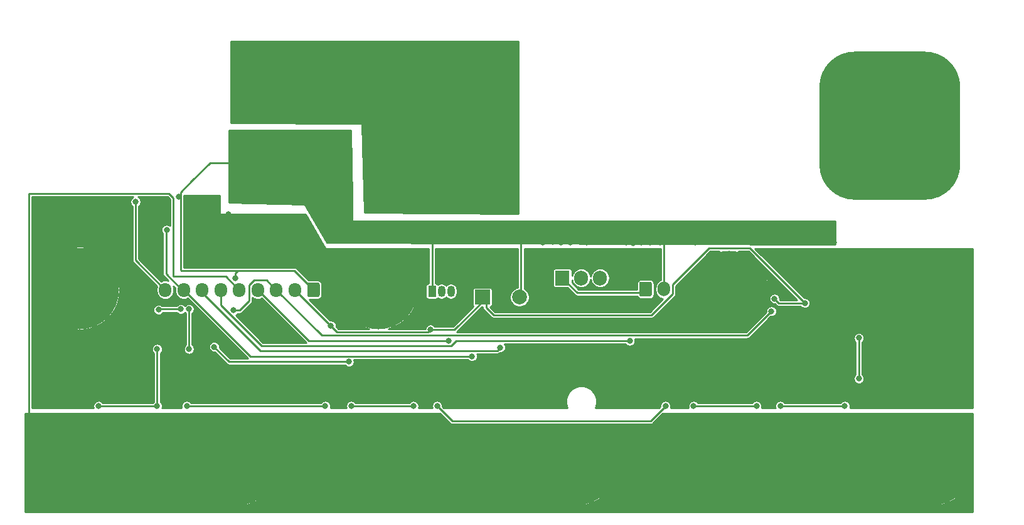
<source format=gbr>
%TF.GenerationSoftware,KiCad,Pcbnew,(5.1.9)-1*%
%TF.CreationDate,2021-02-05T08:05:51+01:00*%
%TF.ProjectId,Spotwelderix,53706f74-7765-46c6-9465-7269782e6b69,rev?*%
%TF.SameCoordinates,Original*%
%TF.FileFunction,Copper,L2,Bot*%
%TF.FilePolarity,Positive*%
%FSLAX46Y46*%
G04 Gerber Fmt 4.6, Leading zero omitted, Abs format (unit mm)*
G04 Created by KiCad (PCBNEW (5.1.9)-1) date 2021-02-05 08:05:51*
%MOMM*%
%LPD*%
G01*
G04 APERTURE LIST*
%TA.AperFunction,ComponentPad*%
%ADD10O,1.700000X1.950000*%
%TD*%
%TA.AperFunction,ComponentPad*%
%ADD11C,0.900000*%
%TD*%
%TA.AperFunction,ComponentPad*%
%ADD12C,10.600000*%
%TD*%
%TA.AperFunction,ComponentPad*%
%ADD13O,1.905000X2.000000*%
%TD*%
%TA.AperFunction,ComponentPad*%
%ADD14R,1.905000X2.000000*%
%TD*%
%TA.AperFunction,ComponentPad*%
%ADD15O,1.700000X2.000000*%
%TD*%
%TA.AperFunction,ComponentPad*%
%ADD16C,2.000000*%
%TD*%
%TA.AperFunction,ComponentPad*%
%ADD17R,2.000000X2.000000*%
%TD*%
%TA.AperFunction,ComponentPad*%
%ADD18C,0.800000*%
%TD*%
%TA.AperFunction,ComponentPad*%
%ADD19C,6.400000*%
%TD*%
%TA.AperFunction,ComponentPad*%
%ADD20O,1.050000X1.500000*%
%TD*%
%TA.AperFunction,ComponentPad*%
%ADD21R,1.050000X1.500000*%
%TD*%
%TA.AperFunction,ViaPad*%
%ADD22C,0.800000*%
%TD*%
%TA.AperFunction,ViaPad*%
%ADD23C,0.600000*%
%TD*%
%TA.AperFunction,Conductor*%
%ADD24C,0.250000*%
%TD*%
%TA.AperFunction,Conductor*%
%ADD25C,0.254000*%
%TD*%
%TA.AperFunction,Conductor*%
%ADD26C,0.100000*%
%TD*%
G04 APERTURE END LIST*
D10*
%TO.P,P1,9*%
%TO.N,R_Schunt_Stab*%
X95400000Y-99200000D03*
%TO.P,P1,8*%
%TO.N,+5V*%
X97900000Y-99200000D03*
%TO.P,P1,7*%
%TO.N,EnablePower*%
X100400000Y-99200000D03*
%TO.P,P1,6*%
%TO.N,V_Batt*%
X102900000Y-99200000D03*
%TO.P,P1,5*%
%TO.N,Probe-*%
X105400000Y-99200000D03*
%TO.P,P1,4*%
%TO.N,Dallas*%
X107900000Y-99200000D03*
%TO.P,P1,3*%
%TO.N,Gate_logic*%
X110400000Y-99200000D03*
%TO.P,P1,2*%
%TO.N,VCC*%
X112900000Y-99200000D03*
%TO.P,P1,1*%
%TO.N,GND*%
%TA.AperFunction,ComponentPad*%
G36*
G01*
X116250000Y-98475000D02*
X116250000Y-99925000D01*
G75*
G02*
X116000000Y-100175000I-250000J0D01*
G01*
X114800000Y-100175000D01*
G75*
G02*
X114550000Y-99925000I0J250000D01*
G01*
X114550000Y-98475000D01*
G75*
G02*
X114800000Y-98225000I250000J0D01*
G01*
X116000000Y-98225000D01*
G75*
G02*
X116250000Y-98475000I0J-250000D01*
G01*
G37*
%TD.AperFunction*%
%TD*%
D11*
%TO.P,H6,1*%
%TO.N,FET_GND*%
X174310749Y-96389251D03*
X171500000Y-95225000D03*
X168689251Y-96389251D03*
X167525000Y-99200000D03*
X168689251Y-102010749D03*
X171500000Y-103175000D03*
X174310749Y-102010749D03*
X175475000Y-99200000D03*
D12*
X171500000Y-99200000D03*
%TD*%
D13*
%TO.P,Q10,3*%
%TO.N,VCCQ*%
X154080000Y-97600000D03*
%TO.P,Q10,2*%
%TO.N,Net-(D2-Pad2)*%
X151540000Y-97600000D03*
D14*
%TO.P,Q10,1*%
%TO.N,Net-(J1-Pad1)*%
X149000000Y-97600000D03*
%TD*%
D15*
%TO.P,J1,2*%
%TO.N,GND*%
X162700000Y-99100000D03*
%TO.P,J1,1*%
%TO.N,Net-(J1-Pad1)*%
%TA.AperFunction,ComponentPad*%
G36*
G01*
X159350000Y-99850000D02*
X159350000Y-98350000D01*
G75*
G02*
X159600000Y-98100000I250000J0D01*
G01*
X160800000Y-98100000D01*
G75*
G02*
X161050000Y-98350000I0J-250000D01*
G01*
X161050000Y-99850000D01*
G75*
G02*
X160800000Y-100100000I-250000J0D01*
G01*
X159600000Y-100100000D01*
G75*
G02*
X159350000Y-99850000I0J250000D01*
G01*
G37*
%TD.AperFunction*%
%TD*%
D16*
%TO.P,C14,2*%
%TO.N,GND*%
X143200000Y-100200000D03*
D17*
%TO.P,C14,1*%
%TO.N,VCC*%
X138200000Y-100200000D03*
%TD*%
D18*
%TO.P,H7,1*%
%TO.N,GND*%
X118537056Y-80322944D03*
X116840000Y-79620000D03*
X115142944Y-80322944D03*
X114440000Y-82020000D03*
X115142944Y-83717056D03*
X116840000Y-84420000D03*
X118537056Y-83717056D03*
X119240000Y-82020000D03*
D19*
X116840000Y-82020000D03*
%TD*%
D18*
%TO.P,H2,1*%
%TO.N,+BATT*%
X118537056Y-69322944D03*
X116840000Y-68620000D03*
X115142944Y-69322944D03*
X114440000Y-71020000D03*
X115142944Y-72717056D03*
X116840000Y-73420000D03*
X118537056Y-72717056D03*
X119240000Y-71020000D03*
D19*
X116840000Y-71020000D03*
%TD*%
D11*
%TO.P,H5,1*%
%TO.N,FET_GND*%
X126980749Y-96459251D03*
X124170000Y-95295000D03*
X121359251Y-96459251D03*
X120195000Y-99270000D03*
X121359251Y-102080749D03*
X124170000Y-103245000D03*
X126980749Y-102080749D03*
X128145000Y-99270000D03*
D12*
X124170000Y-99270000D03*
%TD*%
D11*
%TO.P,H4,1*%
%TO.N,FET_GND*%
X86710749Y-96459251D03*
X83900000Y-95295000D03*
X81089251Y-96459251D03*
X79925000Y-99270000D03*
X81089251Y-102080749D03*
X83900000Y-103245000D03*
X86710749Y-102080749D03*
X87875000Y-99270000D03*
D12*
X83900000Y-99270000D03*
%TD*%
D11*
%TO.P,H3,1*%
%TO.N,Probe-*%
X153730749Y-120209251D03*
X150920000Y-119045000D03*
X148109251Y-120209251D03*
X146945000Y-123020000D03*
X148109251Y-125830749D03*
X150920000Y-126995000D03*
X153730749Y-125830749D03*
X154895000Y-123020000D03*
D12*
X150920000Y-123020000D03*
%TD*%
D11*
%TO.P,H1,1*%
%TO.N,Probe-*%
X107980749Y-120209251D03*
X105170000Y-119045000D03*
X102359251Y-120209251D03*
X101195000Y-123020000D03*
X102359251Y-125830749D03*
X105170000Y-126995000D03*
X107980749Y-125830749D03*
X109145000Y-123020000D03*
D12*
X105170000Y-123020000D03*
%TD*%
%TO.P,F1,1*%
%TO.N,VCCQ*%
%TA.AperFunction,ComponentPad*%
G36*
G01*
X202675000Y-71767500D02*
X202675000Y-82272500D01*
G75*
G02*
X197922500Y-87025000I-4752500J0D01*
G01*
X188417500Y-87025000D01*
G75*
G02*
X183665000Y-82272500I0J4752500D01*
G01*
X183665000Y-71767500D01*
G75*
G02*
X188417500Y-67015000I4752500J0D01*
G01*
X197922500Y-67015000D01*
G75*
G02*
X202675000Y-71767500I0J-4752500D01*
G01*
G37*
%TD.AperFunction*%
%TO.P,F1,2*%
%TO.N,+BATT*%
%TA.AperFunction,ComponentPad*%
G36*
G01*
X141715000Y-71767500D02*
X141715000Y-82272500D01*
G75*
G02*
X136962500Y-87025000I-4752500J0D01*
G01*
X127457500Y-87025000D01*
G75*
G02*
X122705000Y-82272500I0J4752500D01*
G01*
X122705000Y-71767500D01*
G75*
G02*
X127457500Y-67015000I4752500J0D01*
G01*
X136962500Y-67015000D01*
G75*
G02*
X141715000Y-71767500I0J-4752500D01*
G01*
G37*
%TD.AperFunction*%
%TD*%
D11*
%TO.P,J4,1*%
%TO.N,Probe-*%
X201730749Y-120209251D03*
X198920000Y-119045000D03*
X196109251Y-120209251D03*
X194945000Y-123020000D03*
X196109251Y-125830749D03*
X198920000Y-126995000D03*
X201730749Y-125830749D03*
X202895000Y-123020000D03*
D12*
X198920000Y-123020000D03*
%TD*%
D20*
%TO.P,U1,2*%
%TO.N,Dallas*%
X132670000Y-99400000D03*
%TO.P,U1,3*%
%TO.N,+5V*%
X133940000Y-99400000D03*
D21*
%TO.P,U1,1*%
%TO.N,GND*%
X131400000Y-99400000D03*
%TD*%
D22*
%TO.N,GND*%
X142900000Y-92375000D03*
X146300000Y-92800000D03*
X147700000Y-92700000D03*
X148800000Y-92800000D03*
X150100000Y-92800000D03*
X151300000Y-92700000D03*
X152300000Y-92800000D03*
X154600000Y-92700000D03*
X155900000Y-92700000D03*
X157600000Y-92800000D03*
X158560000Y-92860000D03*
X159600000Y-92800000D03*
X160800000Y-92800000D03*
X162200000Y-92800000D03*
X164500000Y-92700000D03*
X165800000Y-92700000D03*
X166900000Y-92800000D03*
X175700000Y-92800000D03*
X176620000Y-92720000D03*
X177500000Y-92800000D03*
X178500000Y-92800000D03*
X179420000Y-92820000D03*
X180300000Y-92800000D03*
X181300000Y-92800000D03*
X182170000Y-92830000D03*
X183000000Y-92800000D03*
X183900000Y-92700000D03*
X184700000Y-92800000D03*
X185600000Y-92800000D03*
X138200000Y-91200000D03*
X129400000Y-91000000D03*
X104862653Y-97637347D03*
X97200000Y-86600000D03*
%TO.N,VCC*%
X131186106Y-104570956D03*
X102000000Y-106900000D03*
X120200000Y-108925000D03*
X117750000Y-104050000D03*
X181700000Y-101000000D03*
X177600000Y-100400000D03*
%TO.N,Gate_logic*%
X177200000Y-102100000D03*
X104617641Y-101982359D03*
X97500000Y-101800000D03*
X94500000Y-101900000D03*
%TO.N,Gate*%
X94300000Y-114900000D03*
X86400000Y-114900000D03*
X98300000Y-114900000D03*
X117000000Y-114900000D03*
X120500000Y-114900000D03*
X128900000Y-114900000D03*
X132100000Y-114900000D03*
X162900000Y-114900000D03*
X166700000Y-114900000D03*
X175200000Y-114900000D03*
X178400000Y-114900000D03*
X187100000Y-114900000D03*
X189000000Y-111200000D03*
X189000000Y-105700000D03*
X94300000Y-107200000D03*
%TO.N,Dallas*%
X133600000Y-106070011D03*
%TO.N,+5V*%
X136800000Y-108200000D03*
X95600000Y-91100000D03*
%TO.N,FET_GND*%
X77930000Y-87959999D03*
X77930000Y-91959999D03*
X77930000Y-95959999D03*
X77930000Y-99959999D03*
X77930000Y-103959999D03*
X77930000Y-107959999D03*
X77930000Y-111959999D03*
X79930000Y-89959999D03*
X79930000Y-93959999D03*
X79930000Y-105959999D03*
X79930000Y-109959999D03*
X81930000Y-87959999D03*
X81930000Y-91959999D03*
X81930000Y-107959999D03*
X81930000Y-111959999D03*
X83930000Y-89959999D03*
X83930000Y-105959999D03*
X83930000Y-109959999D03*
X84930000Y-92959999D03*
X85930000Y-87959999D03*
X85930000Y-107959999D03*
X86930000Y-90959999D03*
X86930000Y-104959999D03*
X86930000Y-110959999D03*
X87930000Y-93959999D03*
X87930000Y-113959999D03*
X88930000Y-88959999D03*
X88930000Y-102959999D03*
X88930000Y-106959999D03*
X89930000Y-91959999D03*
X89930000Y-95959999D03*
X89930000Y-99959999D03*
X89930000Y-109959999D03*
X90930000Y-104959999D03*
X91930000Y-97959999D03*
X91930000Y-101959999D03*
X91930000Y-107959999D03*
X92930000Y-90959999D03*
X92930000Y-94959999D03*
X92930000Y-110959999D03*
X96930000Y-110959999D03*
X98930000Y-91959999D03*
X98930000Y-112959999D03*
X99930000Y-94959999D03*
X100930000Y-89959999D03*
X101930000Y-92959999D03*
X101930000Y-111959999D03*
X103930000Y-88959999D03*
X103930000Y-94959999D03*
X103930000Y-106959999D03*
X103930000Y-113959999D03*
X104930000Y-91959999D03*
X104930000Y-109959999D03*
X106930000Y-93959999D03*
X106930000Y-101959999D03*
X106930000Y-111959999D03*
X108930000Y-103959999D03*
X108930000Y-109959999D03*
X108930000Y-113959999D03*
X109930000Y-94959999D03*
X110930000Y-89959999D03*
X110930000Y-105959999D03*
X110930000Y-111959999D03*
X112930000Y-93959999D03*
X112930000Y-109959999D03*
X114930000Y-95959999D03*
X115930000Y-110959999D03*
X116930000Y-93959999D03*
X117930000Y-96959999D03*
X117930000Y-100959999D03*
X119930000Y-103959999D03*
X119930000Y-110959999D03*
X120930000Y-93959999D03*
X121930000Y-108959999D03*
X121930000Y-112959999D03*
X123930000Y-110959999D03*
X125930000Y-108959999D03*
X126930000Y-111959999D03*
X127930000Y-93959999D03*
X128930000Y-103959999D03*
X128930000Y-109959999D03*
X131930000Y-108959999D03*
X131930000Y-112959999D03*
X133930000Y-110959999D03*
X134930000Y-113959999D03*
X135930000Y-96959999D03*
X135930000Y-100959999D03*
X136930000Y-109959999D03*
X137930000Y-102959999D03*
X138930000Y-95959999D03*
X138930000Y-111959999D03*
X139930000Y-108959999D03*
X140930000Y-97959999D03*
X140930000Y-103959999D03*
X141930000Y-110959999D03*
X142930000Y-106959999D03*
X143930000Y-112959999D03*
X144930000Y-97959999D03*
X144930000Y-103959999D03*
X144930000Y-108959999D03*
X145930000Y-100959999D03*
X146930000Y-106959999D03*
X146930000Y-110959999D03*
X147930000Y-113959999D03*
X148930000Y-99959999D03*
X148930000Y-103959999D03*
X148930000Y-108959999D03*
X150930000Y-106959999D03*
X150930000Y-110959999D03*
X151930000Y-100959999D03*
X152930000Y-94959999D03*
X152930000Y-103959999D03*
X152930000Y-108959999D03*
X153930000Y-111959999D03*
X154930000Y-106959999D03*
X155930000Y-95959999D03*
X155930000Y-109959999D03*
X155930000Y-113959999D03*
X156930000Y-100959999D03*
X157930000Y-97959999D03*
X157930000Y-107959999D03*
X157930000Y-111959999D03*
X159930000Y-95959999D03*
X159930000Y-109959999D03*
X161930000Y-107959999D03*
X161930000Y-111959999D03*
X163930000Y-101959999D03*
X163930000Y-109959999D03*
X164930000Y-98959999D03*
X164930000Y-106959999D03*
X165930000Y-103959999D03*
X166930000Y-108959999D03*
X166930000Y-112959999D03*
X168930000Y-106959999D03*
X168930000Y-110959999D03*
X169930000Y-113959999D03*
X170930000Y-108959999D03*
X172930000Y-106959999D03*
X172930000Y-110959999D03*
X174930000Y-108959999D03*
X174930000Y-112959999D03*
X175930000Y-104959999D03*
X176930000Y-110959999D03*
X177930000Y-106959999D03*
X178930000Y-112959999D03*
X179930000Y-104959999D03*
X179930000Y-108959999D03*
X180930000Y-95959999D03*
X181930000Y-102959999D03*
X181930000Y-106959999D03*
X181930000Y-110959999D03*
X183930000Y-104959999D03*
X183930000Y-108959999D03*
X185930000Y-95959999D03*
X185930000Y-106959999D03*
X186930000Y-98959999D03*
X186930000Y-112959999D03*
%TO.N,Probe-*%
X77400000Y-116700000D03*
D23*
X77330000Y-118559999D03*
X81330000Y-116959999D03*
X83730000Y-118559999D03*
X86930000Y-116959999D03*
X89330000Y-118559999D03*
X93330000Y-116959999D03*
X95730000Y-118559999D03*
X98130000Y-116959999D03*
X100530000Y-118559999D03*
X100530000Y-127359999D03*
X102930000Y-116959999D03*
X106930000Y-116959999D03*
X109330000Y-128159999D03*
X110130000Y-117759999D03*
X113330000Y-118559999D03*
X115730000Y-116959999D03*
X118130000Y-118559999D03*
X120530000Y-116959999D03*
X122930000Y-118559999D03*
X126930000Y-116959999D03*
X129330000Y-118559999D03*
X132530000Y-117759999D03*
X135730000Y-118559999D03*
X139730000Y-118559999D03*
X143730000Y-118559999D03*
X146130000Y-127359999D03*
X154930000Y-128159999D03*
X155730000Y-118559999D03*
X159730000Y-118559999D03*
X162930000Y-116959999D03*
X165330000Y-118559999D03*
X167730000Y-116959999D03*
X170130000Y-118559999D03*
X173330000Y-116959999D03*
X175730000Y-118559999D03*
X178930000Y-116959999D03*
X181330000Y-118559999D03*
X185330000Y-116959999D03*
X187730000Y-118559999D03*
X190930000Y-116159999D03*
X192530000Y-118559999D03*
X192530000Y-122559999D03*
X192530000Y-126559999D03*
X194930000Y-116159999D03*
X194930000Y-128159999D03*
X198130000Y-116959999D03*
X201330000Y-116159999D03*
X202930000Y-128159999D03*
X203730000Y-117759999D03*
D22*
%TO.N,Net-(IC2-Pad1)*%
X98600000Y-107200000D03*
X98600000Y-101800000D03*
%TO.N,EnablePower*%
X140607108Y-107007108D03*
%TO.N,V_Batt*%
X158100000Y-106100000D03*
%TO.N,R_Schunt_Stab*%
X91400000Y-87300000D03*
%TD*%
D24*
%TO.N,GND*%
X115400000Y-99200000D02*
X112800000Y-96600000D01*
X97600000Y-96600000D02*
X97500000Y-96500000D01*
X97500000Y-96500000D02*
X97500000Y-86000000D01*
X101480000Y-82020000D02*
X116840000Y-82020000D01*
X162700000Y-99100000D02*
X162700000Y-92600000D01*
X131400000Y-99400000D02*
X131400000Y-92600000D01*
X143400000Y-100400000D02*
X143200000Y-100200000D01*
X143400000Y-92875000D02*
X143400000Y-100400000D01*
X142900000Y-92375000D02*
X143400000Y-92875000D01*
X99050000Y-84450000D02*
X101480000Y-82020000D01*
X97500000Y-86000000D02*
X99050000Y-84450000D01*
X104862653Y-96937347D02*
X105200000Y-96600000D01*
X104862653Y-97637347D02*
X104862653Y-96937347D01*
X105200000Y-96600000D02*
X97600000Y-96600000D01*
X112800000Y-96600000D02*
X105200000Y-96600000D01*
X97500000Y-86300000D02*
X97200000Y-86600000D01*
X97500000Y-86000000D02*
X97500000Y-86300000D01*
%TO.N,VCC*%
X130904999Y-104895001D02*
X118595001Y-104895001D01*
X104025000Y-108925000D02*
X120200000Y-108925000D01*
X102000000Y-106900000D02*
X104025000Y-108925000D01*
X117750000Y-104050000D02*
X112900000Y-99200000D01*
X118595001Y-104895001D02*
X117750000Y-104050000D01*
X160986714Y-102625001D02*
X139725001Y-102625001D01*
X163875010Y-99736705D02*
X160986714Y-102625001D01*
X163875010Y-98499988D02*
X163875010Y-99736705D01*
X168799999Y-93574999D02*
X163875010Y-98499988D01*
X174274999Y-93574999D02*
X168799999Y-93574999D01*
X181700000Y-101000000D02*
X174274999Y-93574999D01*
X178200000Y-101000000D02*
X181700000Y-101000000D01*
X177600000Y-100400000D02*
X178200000Y-101000000D01*
X130904999Y-104852063D02*
X131186106Y-104570956D01*
X130904999Y-104895001D02*
X130904999Y-104852063D01*
X134429044Y-104570956D02*
X138700000Y-100300000D01*
X131186106Y-104570956D02*
X134429044Y-104570956D01*
X138700000Y-101600000D02*
X139725001Y-102625001D01*
X138700000Y-100300000D02*
X138700000Y-101600000D01*
%TO.N,Gate_logic*%
X116545011Y-105345011D02*
X110400000Y-99200000D01*
X173954988Y-105345011D02*
X116545011Y-105345011D01*
X177200000Y-102100000D02*
X173954988Y-105345011D01*
X107413295Y-97899990D02*
X109099990Y-97899990D01*
X106724990Y-98588295D02*
X107413295Y-97899990D01*
X106724990Y-100675010D02*
X106724990Y-98588295D01*
X109099990Y-97899990D02*
X110400000Y-99200000D01*
X105417641Y-101982359D02*
X106724990Y-100675010D01*
X104617641Y-101982359D02*
X105417641Y-101982359D01*
X94600000Y-101800000D02*
X94500000Y-101900000D01*
X97500000Y-101800000D02*
X94600000Y-101800000D01*
%TO.N,Gate*%
X94300000Y-114900000D02*
X86400000Y-114900000D01*
X98300000Y-114900000D02*
X117000000Y-114900000D01*
X120500000Y-114900000D02*
X128900000Y-114900000D01*
X160864999Y-116935001D02*
X162900000Y-114900000D01*
X134135001Y-116935001D02*
X160864999Y-116935001D01*
X132100000Y-114900000D02*
X134135001Y-116935001D01*
X166700000Y-114900000D02*
X175200000Y-114900000D01*
X178400000Y-114900000D02*
X187100000Y-114900000D01*
X189000000Y-111200000D02*
X189000000Y-105700000D01*
X94300000Y-107200000D02*
X94300000Y-114900000D01*
%TO.N,Dallas*%
X132670000Y-99400000D02*
X132600000Y-99400000D01*
X114770011Y-106070011D02*
X107900000Y-99200000D01*
X133600000Y-106070011D02*
X114770011Y-106070011D01*
%TO.N,+5V*%
X106900000Y-108200000D02*
X136800000Y-108200000D01*
X97900000Y-99200000D02*
X106900000Y-108200000D01*
X97663590Y-99200000D02*
X95500000Y-97036410D01*
X97900000Y-99200000D02*
X97663590Y-99200000D01*
X95500000Y-91200000D02*
X95600000Y-91100000D01*
X95500000Y-97036410D02*
X95500000Y-91200000D01*
%TO.N,Probe-*%
X105400000Y-99200000D02*
X103600000Y-97400000D01*
X103600000Y-97400000D02*
X96500000Y-97400000D01*
X96500000Y-97400000D02*
X96500000Y-86800000D01*
X96500000Y-86800000D02*
X95900000Y-86200000D01*
X95900000Y-86200000D02*
X87300000Y-86200000D01*
X87300000Y-86200000D02*
X79600000Y-86200000D01*
X79600000Y-86200000D02*
X77000000Y-86200000D01*
X77000000Y-116300000D02*
X77400000Y-116700000D01*
X77000000Y-86200000D02*
X77000000Y-116300000D01*
%TO.N,Net-(IC2-Pad1)*%
X98600000Y-107200000D02*
X98600000Y-101800000D01*
%TO.N,Net-(J1-Pad1)*%
X159700000Y-99600000D02*
X160200000Y-99100000D01*
X150985829Y-99600000D02*
X159700000Y-99600000D01*
X149585829Y-98200000D02*
X150985829Y-99600000D01*
X148900000Y-98200000D02*
X149585829Y-98200000D01*
%TO.N,EnablePower*%
X100400000Y-99573002D02*
X100400000Y-99200000D01*
X108234105Y-107407107D02*
X100400000Y-99573002D01*
X140207109Y-107407107D02*
X108234105Y-107407107D01*
X140607108Y-107007108D02*
X140207109Y-107407107D01*
%TO.N,V_Batt*%
X102900000Y-101290024D02*
X102900000Y-99200000D01*
X108404988Y-106795012D02*
X102900000Y-101290024D01*
X133948001Y-106795012D02*
X108404988Y-106795012D01*
X134643013Y-106100000D02*
X133948001Y-106795012D01*
X158100000Y-106100000D02*
X134643013Y-106100000D01*
%TO.N,R_Schunt_Stab*%
X95600000Y-99000000D02*
X95400000Y-99200000D01*
X91400000Y-87300000D02*
X91400000Y-95200000D01*
X91400000Y-95200000D02*
X95400000Y-99200000D01*
%TD*%
D25*
%TO.N,+BATT*%
X143043000Y-88892271D02*
X122322895Y-88773701D01*
X121926931Y-76795804D01*
X121923673Y-76771122D01*
X121915663Y-76747549D01*
X121903208Y-76725992D01*
X121886786Y-76707279D01*
X121867030Y-76692130D01*
X121844698Y-76681126D01*
X121820648Y-76674690D01*
X121800216Y-76673000D01*
X104297000Y-76643216D01*
X104297000Y-65647000D01*
X143043000Y-65647000D01*
X143043000Y-88892271D01*
%TA.AperFunction,Conductor*%
D26*
G36*
X143043000Y-88892271D02*
G01*
X122322895Y-88773701D01*
X121926931Y-76795804D01*
X121923673Y-76771122D01*
X121915663Y-76747549D01*
X121903208Y-76725992D01*
X121886786Y-76707279D01*
X121867030Y-76692130D01*
X121844698Y-76681126D01*
X121820648Y-76674690D01*
X121800216Y-76673000D01*
X104297000Y-76643216D01*
X104297000Y-65647000D01*
X143043000Y-65647000D01*
X143043000Y-88892271D01*
G37*
%TD.AperFunction*%
%TD*%
D25*
%TO.N,Probe-*%
X133799682Y-117238906D02*
X133813842Y-117256160D01*
X133882668Y-117312644D01*
X133961191Y-117354615D01*
X134046393Y-117380461D01*
X134135000Y-117389188D01*
X134157205Y-117387001D01*
X160842794Y-117387001D01*
X160864999Y-117389188D01*
X160887204Y-117387001D01*
X160953606Y-117380461D01*
X161038809Y-117354615D01*
X161117332Y-117312644D01*
X161186158Y-117256160D01*
X161200322Y-117238901D01*
X162542224Y-115897000D01*
X204318001Y-115897000D01*
X204318001Y-129168000D01*
X76522236Y-129168000D01*
X76523656Y-127054749D01*
X101662752Y-127054749D01*
X102333129Y-127559203D01*
X103273194Y-128025430D01*
X104286151Y-128299301D01*
X105333074Y-128370291D01*
X106373731Y-128235673D01*
X107368129Y-127900619D01*
X108006871Y-127559203D01*
X108677248Y-127054749D01*
X147412752Y-127054749D01*
X148083129Y-127559203D01*
X149023194Y-128025430D01*
X150036151Y-128299301D01*
X151083074Y-128370291D01*
X152123731Y-128235673D01*
X153118129Y-127900619D01*
X153756871Y-127559203D01*
X154427248Y-127054749D01*
X195412752Y-127054749D01*
X196083129Y-127559203D01*
X197023194Y-128025430D01*
X198036151Y-128299301D01*
X199083074Y-128370291D01*
X200123731Y-128235673D01*
X201118129Y-127900619D01*
X201756871Y-127559203D01*
X202427248Y-127054749D01*
X201679487Y-126306988D01*
X201746262Y-126303052D01*
X201730749Y-126287540D01*
X201715236Y-126303052D01*
X201679404Y-126306905D01*
X201150088Y-125777589D01*
X201254398Y-125777589D01*
X201258446Y-125846262D01*
X201273958Y-125830749D01*
X202187540Y-125830749D01*
X202203052Y-125846262D01*
X202207100Y-125883909D01*
X202203052Y-125815236D01*
X202187540Y-125830749D01*
X201273958Y-125830749D01*
X201258446Y-125815236D01*
X201254398Y-125777589D01*
X201150088Y-125777589D01*
X198920000Y-123547502D01*
X196585490Y-125882011D01*
X196581554Y-125815236D01*
X196566042Y-125830749D01*
X196581554Y-125846262D01*
X196585407Y-125882094D01*
X195412752Y-127054749D01*
X154427248Y-127054749D01*
X153679487Y-126306988D01*
X153746262Y-126303052D01*
X153730749Y-126287540D01*
X153715236Y-126303052D01*
X153679404Y-126306905D01*
X153150088Y-125777589D01*
X153254398Y-125777589D01*
X153258446Y-125846262D01*
X153273958Y-125830749D01*
X154187540Y-125830749D01*
X154203052Y-125846262D01*
X154207100Y-125883909D01*
X154203052Y-125815236D01*
X154187540Y-125830749D01*
X153273958Y-125830749D01*
X153258446Y-125815236D01*
X153254398Y-125777589D01*
X153150088Y-125777589D01*
X150920000Y-123547502D01*
X148585490Y-125882011D01*
X148581554Y-125815236D01*
X148566042Y-125830749D01*
X148581554Y-125846262D01*
X148585407Y-125882094D01*
X147412752Y-127054749D01*
X108677248Y-127054749D01*
X107929487Y-126306988D01*
X107996262Y-126303052D01*
X107980749Y-126287540D01*
X107965236Y-126303052D01*
X107929404Y-126306905D01*
X107400088Y-125777589D01*
X107504398Y-125777589D01*
X107508446Y-125846262D01*
X107523958Y-125830749D01*
X108437540Y-125830749D01*
X108453052Y-125846262D01*
X108457100Y-125883909D01*
X108453052Y-125815236D01*
X108437540Y-125830749D01*
X107523958Y-125830749D01*
X107508446Y-125815236D01*
X107504398Y-125777589D01*
X107400088Y-125777589D01*
X105170000Y-123547502D01*
X102835490Y-125882011D01*
X102831554Y-125815236D01*
X102816042Y-125830749D01*
X102831554Y-125846262D01*
X102835407Y-125882094D01*
X101662752Y-127054749D01*
X76523656Y-127054749D01*
X76526260Y-123183074D01*
X99819709Y-123183074D01*
X99954327Y-124223731D01*
X100289381Y-125218129D01*
X100630797Y-125856871D01*
X101135251Y-126527248D01*
X101355399Y-126307100D01*
X102306091Y-126307100D01*
X102374764Y-126303052D01*
X102359251Y-126287540D01*
X102343738Y-126303052D01*
X102306091Y-126307100D01*
X101355399Y-126307100D01*
X101883012Y-125779487D01*
X101886948Y-125846262D01*
X101902460Y-125830749D01*
X101886948Y-125815236D01*
X101883095Y-125779404D01*
X102304052Y-125358446D01*
X102343738Y-125358446D01*
X102359251Y-125373958D01*
X102374764Y-125358446D01*
X102412411Y-125354398D01*
X102343738Y-125358446D01*
X102304052Y-125358446D01*
X104642498Y-123020000D01*
X105697502Y-123020000D01*
X108032011Y-125354510D01*
X107965236Y-125358446D01*
X107980749Y-125373958D01*
X107996262Y-125358446D01*
X108032094Y-125354593D01*
X109204749Y-126527248D01*
X109709203Y-125856871D01*
X110175430Y-124916806D01*
X110449301Y-123903849D01*
X110498175Y-123183074D01*
X145569709Y-123183074D01*
X145704327Y-124223731D01*
X146039381Y-125218129D01*
X146380797Y-125856871D01*
X146885251Y-126527248D01*
X147105399Y-126307100D01*
X148056091Y-126307100D01*
X148124764Y-126303052D01*
X148109251Y-126287540D01*
X148093738Y-126303052D01*
X148056091Y-126307100D01*
X147105399Y-126307100D01*
X147633012Y-125779487D01*
X147636948Y-125846262D01*
X147652460Y-125830749D01*
X147636948Y-125815236D01*
X147633095Y-125779404D01*
X148054052Y-125358446D01*
X148093738Y-125358446D01*
X148109251Y-125373958D01*
X148124764Y-125358446D01*
X148162411Y-125354398D01*
X148093738Y-125358446D01*
X148054052Y-125358446D01*
X150392498Y-123020000D01*
X151447502Y-123020000D01*
X153782011Y-125354510D01*
X153715236Y-125358446D01*
X153730749Y-125373958D01*
X153746262Y-125358446D01*
X153782094Y-125354593D01*
X154954749Y-126527248D01*
X155459203Y-125856871D01*
X155925430Y-124916806D01*
X156199301Y-123903849D01*
X156248175Y-123183074D01*
X193569709Y-123183074D01*
X193704327Y-124223731D01*
X194039381Y-125218129D01*
X194380797Y-125856871D01*
X194885251Y-126527248D01*
X195105399Y-126307100D01*
X196056091Y-126307100D01*
X196124764Y-126303052D01*
X196109251Y-126287540D01*
X196093738Y-126303052D01*
X196056091Y-126307100D01*
X195105399Y-126307100D01*
X195633012Y-125779487D01*
X195636948Y-125846262D01*
X195652460Y-125830749D01*
X195636948Y-125815236D01*
X195633095Y-125779404D01*
X196054052Y-125358446D01*
X196093738Y-125358446D01*
X196109251Y-125373958D01*
X196124764Y-125358446D01*
X196162411Y-125354398D01*
X196093738Y-125358446D01*
X196054052Y-125358446D01*
X198392498Y-123020000D01*
X199447502Y-123020000D01*
X201782011Y-125354510D01*
X201715236Y-125358446D01*
X201730749Y-125373958D01*
X201746262Y-125358446D01*
X201782094Y-125354593D01*
X202954749Y-126527248D01*
X203459203Y-125856871D01*
X203925430Y-124916806D01*
X204199301Y-123903849D01*
X204270291Y-122856926D01*
X204135673Y-121816269D01*
X203800619Y-120821871D01*
X203459203Y-120183129D01*
X202954749Y-119512752D01*
X202206988Y-120260513D01*
X202203052Y-120193738D01*
X202187540Y-120209251D01*
X202203052Y-120224764D01*
X202206905Y-120260596D01*
X199447502Y-123020000D01*
X198392498Y-123020000D01*
X196057989Y-120685490D01*
X196124764Y-120681554D01*
X196109251Y-120666042D01*
X196093738Y-120681554D01*
X196057906Y-120685407D01*
X195528590Y-120156091D01*
X195632900Y-120156091D01*
X195636948Y-120224764D01*
X195652460Y-120209251D01*
X196566042Y-120209251D01*
X196581554Y-120224764D01*
X196585602Y-120262411D01*
X196581554Y-120193738D01*
X196566042Y-120209251D01*
X195652460Y-120209251D01*
X195636948Y-120193738D01*
X195632900Y-120156091D01*
X195528590Y-120156091D01*
X194885251Y-119512752D01*
X194380797Y-120183129D01*
X193914570Y-121123194D01*
X193640699Y-122136151D01*
X193569709Y-123183074D01*
X156248175Y-123183074D01*
X156270291Y-122856926D01*
X156135673Y-121816269D01*
X155800619Y-120821871D01*
X155459203Y-120183129D01*
X154954749Y-119512752D01*
X154206988Y-120260513D01*
X154203052Y-120193738D01*
X154187540Y-120209251D01*
X154203052Y-120224764D01*
X154206905Y-120260596D01*
X151447502Y-123020000D01*
X150392498Y-123020000D01*
X148057989Y-120685490D01*
X148124764Y-120681554D01*
X148109251Y-120666042D01*
X148093738Y-120681554D01*
X148057906Y-120685407D01*
X147528590Y-120156091D01*
X147632900Y-120156091D01*
X147636948Y-120224764D01*
X147652460Y-120209251D01*
X148566042Y-120209251D01*
X148581554Y-120224764D01*
X148585602Y-120262411D01*
X148581554Y-120193738D01*
X148566042Y-120209251D01*
X147652460Y-120209251D01*
X147636948Y-120193738D01*
X147632900Y-120156091D01*
X147528590Y-120156091D01*
X146885251Y-119512752D01*
X146380797Y-120183129D01*
X145914570Y-121123194D01*
X145640699Y-122136151D01*
X145569709Y-123183074D01*
X110498175Y-123183074D01*
X110520291Y-122856926D01*
X110385673Y-121816269D01*
X110050619Y-120821871D01*
X109709203Y-120183129D01*
X109204749Y-119512752D01*
X108456988Y-120260513D01*
X108453052Y-120193738D01*
X108437540Y-120209251D01*
X108453052Y-120224764D01*
X108456905Y-120260596D01*
X105697502Y-123020000D01*
X104642498Y-123020000D01*
X102307989Y-120685490D01*
X102374764Y-120681554D01*
X102359251Y-120666042D01*
X102343738Y-120681554D01*
X102307906Y-120685407D01*
X101778590Y-120156091D01*
X101882900Y-120156091D01*
X101886948Y-120224764D01*
X101902460Y-120209251D01*
X102816042Y-120209251D01*
X102831554Y-120224764D01*
X102835602Y-120262411D01*
X102831554Y-120193738D01*
X102816042Y-120209251D01*
X101902460Y-120209251D01*
X101886948Y-120193738D01*
X101882900Y-120156091D01*
X101778590Y-120156091D01*
X101135251Y-119512752D01*
X100630797Y-120183129D01*
X100164570Y-121123194D01*
X99890699Y-122136151D01*
X99819709Y-123183074D01*
X76526260Y-123183074D01*
X76529082Y-118985251D01*
X101662752Y-118985251D01*
X102410513Y-119733012D01*
X102343738Y-119736948D01*
X102359251Y-119752460D01*
X102374764Y-119736948D01*
X102410596Y-119733095D01*
X105170000Y-122492498D01*
X106976896Y-120685602D01*
X107927589Y-120685602D01*
X107996262Y-120681554D01*
X107980749Y-120666042D01*
X107965236Y-120681554D01*
X107927589Y-120685602D01*
X106976896Y-120685602D01*
X107504510Y-120157989D01*
X107508446Y-120224764D01*
X107523958Y-120209251D01*
X107508446Y-120193738D01*
X107504593Y-120157906D01*
X107925551Y-119736948D01*
X107965236Y-119736948D01*
X107980749Y-119752460D01*
X107996262Y-119736948D01*
X108033909Y-119732900D01*
X107965236Y-119736948D01*
X107925551Y-119736948D01*
X108677248Y-118985251D01*
X147412752Y-118985251D01*
X148160513Y-119733012D01*
X148093738Y-119736948D01*
X148109251Y-119752460D01*
X148124764Y-119736948D01*
X148160596Y-119733095D01*
X150920000Y-122492498D01*
X152726896Y-120685602D01*
X153677589Y-120685602D01*
X153746262Y-120681554D01*
X153730749Y-120666042D01*
X153715236Y-120681554D01*
X153677589Y-120685602D01*
X152726896Y-120685602D01*
X153254510Y-120157989D01*
X153258446Y-120224764D01*
X153273958Y-120209251D01*
X153258446Y-120193738D01*
X153254593Y-120157906D01*
X153675551Y-119736948D01*
X153715236Y-119736948D01*
X153730749Y-119752460D01*
X153746262Y-119736948D01*
X153783909Y-119732900D01*
X153715236Y-119736948D01*
X153675551Y-119736948D01*
X154427248Y-118985251D01*
X195412752Y-118985251D01*
X196160513Y-119733012D01*
X196093738Y-119736948D01*
X196109251Y-119752460D01*
X196124764Y-119736948D01*
X196160596Y-119733095D01*
X198920000Y-122492498D01*
X200726896Y-120685602D01*
X201677589Y-120685602D01*
X201746262Y-120681554D01*
X201730749Y-120666042D01*
X201715236Y-120681554D01*
X201677589Y-120685602D01*
X200726896Y-120685602D01*
X201254510Y-120157989D01*
X201258446Y-120224764D01*
X201273958Y-120209251D01*
X201258446Y-120193738D01*
X201254593Y-120157906D01*
X201675551Y-119736948D01*
X201715236Y-119736948D01*
X201730749Y-119752460D01*
X201746262Y-119736948D01*
X201783909Y-119732900D01*
X201715236Y-119736948D01*
X201675551Y-119736948D01*
X202427248Y-118985251D01*
X201756871Y-118480797D01*
X200816806Y-118014570D01*
X199803849Y-117740699D01*
X198756926Y-117669709D01*
X197716269Y-117804327D01*
X196721871Y-118139381D01*
X196083129Y-118480797D01*
X195412752Y-118985251D01*
X154427248Y-118985251D01*
X153756871Y-118480797D01*
X152816806Y-118014570D01*
X151803849Y-117740699D01*
X150756926Y-117669709D01*
X149716269Y-117804327D01*
X148721871Y-118139381D01*
X148083129Y-118480797D01*
X147412752Y-118985251D01*
X108677248Y-118985251D01*
X108006871Y-118480797D01*
X107066806Y-118014570D01*
X106053849Y-117740699D01*
X105006926Y-117669709D01*
X103966269Y-117804327D01*
X102971871Y-118139381D01*
X102333129Y-118480797D01*
X101662752Y-118985251D01*
X76529082Y-118985251D01*
X76531159Y-115897000D01*
X132457777Y-115897000D01*
X133799682Y-117238906D01*
%TA.AperFunction,Conductor*%
D26*
G36*
X133799682Y-117238906D02*
G01*
X133813842Y-117256160D01*
X133882668Y-117312644D01*
X133961191Y-117354615D01*
X134046393Y-117380461D01*
X134135000Y-117389188D01*
X134157205Y-117387001D01*
X160842794Y-117387001D01*
X160864999Y-117389188D01*
X160887204Y-117387001D01*
X160953606Y-117380461D01*
X161038809Y-117354615D01*
X161117332Y-117312644D01*
X161186158Y-117256160D01*
X161200322Y-117238901D01*
X162542224Y-115897000D01*
X204318001Y-115897000D01*
X204318001Y-129168000D01*
X76522236Y-129168000D01*
X76523656Y-127054749D01*
X101662752Y-127054749D01*
X102333129Y-127559203D01*
X103273194Y-128025430D01*
X104286151Y-128299301D01*
X105333074Y-128370291D01*
X106373731Y-128235673D01*
X107368129Y-127900619D01*
X108006871Y-127559203D01*
X108677248Y-127054749D01*
X147412752Y-127054749D01*
X148083129Y-127559203D01*
X149023194Y-128025430D01*
X150036151Y-128299301D01*
X151083074Y-128370291D01*
X152123731Y-128235673D01*
X153118129Y-127900619D01*
X153756871Y-127559203D01*
X154427248Y-127054749D01*
X195412752Y-127054749D01*
X196083129Y-127559203D01*
X197023194Y-128025430D01*
X198036151Y-128299301D01*
X199083074Y-128370291D01*
X200123731Y-128235673D01*
X201118129Y-127900619D01*
X201756871Y-127559203D01*
X202427248Y-127054749D01*
X201679487Y-126306988D01*
X201746262Y-126303052D01*
X201730749Y-126287540D01*
X201715236Y-126303052D01*
X201679404Y-126306905D01*
X201150088Y-125777589D01*
X201254398Y-125777589D01*
X201258446Y-125846262D01*
X201273958Y-125830749D01*
X202187540Y-125830749D01*
X202203052Y-125846262D01*
X202207100Y-125883909D01*
X202203052Y-125815236D01*
X202187540Y-125830749D01*
X201273958Y-125830749D01*
X201258446Y-125815236D01*
X201254398Y-125777589D01*
X201150088Y-125777589D01*
X198920000Y-123547502D01*
X196585490Y-125882011D01*
X196581554Y-125815236D01*
X196566042Y-125830749D01*
X196581554Y-125846262D01*
X196585407Y-125882094D01*
X195412752Y-127054749D01*
X154427248Y-127054749D01*
X153679487Y-126306988D01*
X153746262Y-126303052D01*
X153730749Y-126287540D01*
X153715236Y-126303052D01*
X153679404Y-126306905D01*
X153150088Y-125777589D01*
X153254398Y-125777589D01*
X153258446Y-125846262D01*
X153273958Y-125830749D01*
X154187540Y-125830749D01*
X154203052Y-125846262D01*
X154207100Y-125883909D01*
X154203052Y-125815236D01*
X154187540Y-125830749D01*
X153273958Y-125830749D01*
X153258446Y-125815236D01*
X153254398Y-125777589D01*
X153150088Y-125777589D01*
X150920000Y-123547502D01*
X148585490Y-125882011D01*
X148581554Y-125815236D01*
X148566042Y-125830749D01*
X148581554Y-125846262D01*
X148585407Y-125882094D01*
X147412752Y-127054749D01*
X108677248Y-127054749D01*
X107929487Y-126306988D01*
X107996262Y-126303052D01*
X107980749Y-126287540D01*
X107965236Y-126303052D01*
X107929404Y-126306905D01*
X107400088Y-125777589D01*
X107504398Y-125777589D01*
X107508446Y-125846262D01*
X107523958Y-125830749D01*
X108437540Y-125830749D01*
X108453052Y-125846262D01*
X108457100Y-125883909D01*
X108453052Y-125815236D01*
X108437540Y-125830749D01*
X107523958Y-125830749D01*
X107508446Y-125815236D01*
X107504398Y-125777589D01*
X107400088Y-125777589D01*
X105170000Y-123547502D01*
X102835490Y-125882011D01*
X102831554Y-125815236D01*
X102816042Y-125830749D01*
X102831554Y-125846262D01*
X102835407Y-125882094D01*
X101662752Y-127054749D01*
X76523656Y-127054749D01*
X76526260Y-123183074D01*
X99819709Y-123183074D01*
X99954327Y-124223731D01*
X100289381Y-125218129D01*
X100630797Y-125856871D01*
X101135251Y-126527248D01*
X101355399Y-126307100D01*
X102306091Y-126307100D01*
X102374764Y-126303052D01*
X102359251Y-126287540D01*
X102343738Y-126303052D01*
X102306091Y-126307100D01*
X101355399Y-126307100D01*
X101883012Y-125779487D01*
X101886948Y-125846262D01*
X101902460Y-125830749D01*
X101886948Y-125815236D01*
X101883095Y-125779404D01*
X102304052Y-125358446D01*
X102343738Y-125358446D01*
X102359251Y-125373958D01*
X102374764Y-125358446D01*
X102412411Y-125354398D01*
X102343738Y-125358446D01*
X102304052Y-125358446D01*
X104642498Y-123020000D01*
X105697502Y-123020000D01*
X108032011Y-125354510D01*
X107965236Y-125358446D01*
X107980749Y-125373958D01*
X107996262Y-125358446D01*
X108032094Y-125354593D01*
X109204749Y-126527248D01*
X109709203Y-125856871D01*
X110175430Y-124916806D01*
X110449301Y-123903849D01*
X110498175Y-123183074D01*
X145569709Y-123183074D01*
X145704327Y-124223731D01*
X146039381Y-125218129D01*
X146380797Y-125856871D01*
X146885251Y-126527248D01*
X147105399Y-126307100D01*
X148056091Y-126307100D01*
X148124764Y-126303052D01*
X148109251Y-126287540D01*
X148093738Y-126303052D01*
X148056091Y-126307100D01*
X147105399Y-126307100D01*
X147633012Y-125779487D01*
X147636948Y-125846262D01*
X147652460Y-125830749D01*
X147636948Y-125815236D01*
X147633095Y-125779404D01*
X148054052Y-125358446D01*
X148093738Y-125358446D01*
X148109251Y-125373958D01*
X148124764Y-125358446D01*
X148162411Y-125354398D01*
X148093738Y-125358446D01*
X148054052Y-125358446D01*
X150392498Y-123020000D01*
X151447502Y-123020000D01*
X153782011Y-125354510D01*
X153715236Y-125358446D01*
X153730749Y-125373958D01*
X153746262Y-125358446D01*
X153782094Y-125354593D01*
X154954749Y-126527248D01*
X155459203Y-125856871D01*
X155925430Y-124916806D01*
X156199301Y-123903849D01*
X156248175Y-123183074D01*
X193569709Y-123183074D01*
X193704327Y-124223731D01*
X194039381Y-125218129D01*
X194380797Y-125856871D01*
X194885251Y-126527248D01*
X195105399Y-126307100D01*
X196056091Y-126307100D01*
X196124764Y-126303052D01*
X196109251Y-126287540D01*
X196093738Y-126303052D01*
X196056091Y-126307100D01*
X195105399Y-126307100D01*
X195633012Y-125779487D01*
X195636948Y-125846262D01*
X195652460Y-125830749D01*
X195636948Y-125815236D01*
X195633095Y-125779404D01*
X196054052Y-125358446D01*
X196093738Y-125358446D01*
X196109251Y-125373958D01*
X196124764Y-125358446D01*
X196162411Y-125354398D01*
X196093738Y-125358446D01*
X196054052Y-125358446D01*
X198392498Y-123020000D01*
X199447502Y-123020000D01*
X201782011Y-125354510D01*
X201715236Y-125358446D01*
X201730749Y-125373958D01*
X201746262Y-125358446D01*
X201782094Y-125354593D01*
X202954749Y-126527248D01*
X203459203Y-125856871D01*
X203925430Y-124916806D01*
X204199301Y-123903849D01*
X204270291Y-122856926D01*
X204135673Y-121816269D01*
X203800619Y-120821871D01*
X203459203Y-120183129D01*
X202954749Y-119512752D01*
X202206988Y-120260513D01*
X202203052Y-120193738D01*
X202187540Y-120209251D01*
X202203052Y-120224764D01*
X202206905Y-120260596D01*
X199447502Y-123020000D01*
X198392498Y-123020000D01*
X196057989Y-120685490D01*
X196124764Y-120681554D01*
X196109251Y-120666042D01*
X196093738Y-120681554D01*
X196057906Y-120685407D01*
X195528590Y-120156091D01*
X195632900Y-120156091D01*
X195636948Y-120224764D01*
X195652460Y-120209251D01*
X196566042Y-120209251D01*
X196581554Y-120224764D01*
X196585602Y-120262411D01*
X196581554Y-120193738D01*
X196566042Y-120209251D01*
X195652460Y-120209251D01*
X195636948Y-120193738D01*
X195632900Y-120156091D01*
X195528590Y-120156091D01*
X194885251Y-119512752D01*
X194380797Y-120183129D01*
X193914570Y-121123194D01*
X193640699Y-122136151D01*
X193569709Y-123183074D01*
X156248175Y-123183074D01*
X156270291Y-122856926D01*
X156135673Y-121816269D01*
X155800619Y-120821871D01*
X155459203Y-120183129D01*
X154954749Y-119512752D01*
X154206988Y-120260513D01*
X154203052Y-120193738D01*
X154187540Y-120209251D01*
X154203052Y-120224764D01*
X154206905Y-120260596D01*
X151447502Y-123020000D01*
X150392498Y-123020000D01*
X148057989Y-120685490D01*
X148124764Y-120681554D01*
X148109251Y-120666042D01*
X148093738Y-120681554D01*
X148057906Y-120685407D01*
X147528590Y-120156091D01*
X147632900Y-120156091D01*
X147636948Y-120224764D01*
X147652460Y-120209251D01*
X148566042Y-120209251D01*
X148581554Y-120224764D01*
X148585602Y-120262411D01*
X148581554Y-120193738D01*
X148566042Y-120209251D01*
X147652460Y-120209251D01*
X147636948Y-120193738D01*
X147632900Y-120156091D01*
X147528590Y-120156091D01*
X146885251Y-119512752D01*
X146380797Y-120183129D01*
X145914570Y-121123194D01*
X145640699Y-122136151D01*
X145569709Y-123183074D01*
X110498175Y-123183074D01*
X110520291Y-122856926D01*
X110385673Y-121816269D01*
X110050619Y-120821871D01*
X109709203Y-120183129D01*
X109204749Y-119512752D01*
X108456988Y-120260513D01*
X108453052Y-120193738D01*
X108437540Y-120209251D01*
X108453052Y-120224764D01*
X108456905Y-120260596D01*
X105697502Y-123020000D01*
X104642498Y-123020000D01*
X102307989Y-120685490D01*
X102374764Y-120681554D01*
X102359251Y-120666042D01*
X102343738Y-120681554D01*
X102307906Y-120685407D01*
X101778590Y-120156091D01*
X101882900Y-120156091D01*
X101886948Y-120224764D01*
X101902460Y-120209251D01*
X102816042Y-120209251D01*
X102831554Y-120224764D01*
X102835602Y-120262411D01*
X102831554Y-120193738D01*
X102816042Y-120209251D01*
X101902460Y-120209251D01*
X101886948Y-120193738D01*
X101882900Y-120156091D01*
X101778590Y-120156091D01*
X101135251Y-119512752D01*
X100630797Y-120183129D01*
X100164570Y-121123194D01*
X99890699Y-122136151D01*
X99819709Y-123183074D01*
X76526260Y-123183074D01*
X76529082Y-118985251D01*
X101662752Y-118985251D01*
X102410513Y-119733012D01*
X102343738Y-119736948D01*
X102359251Y-119752460D01*
X102374764Y-119736948D01*
X102410596Y-119733095D01*
X105170000Y-122492498D01*
X106976896Y-120685602D01*
X107927589Y-120685602D01*
X107996262Y-120681554D01*
X107980749Y-120666042D01*
X107965236Y-120681554D01*
X107927589Y-120685602D01*
X106976896Y-120685602D01*
X107504510Y-120157989D01*
X107508446Y-120224764D01*
X107523958Y-120209251D01*
X107508446Y-120193738D01*
X107504593Y-120157906D01*
X107925551Y-119736948D01*
X107965236Y-119736948D01*
X107980749Y-119752460D01*
X107996262Y-119736948D01*
X108033909Y-119732900D01*
X107965236Y-119736948D01*
X107925551Y-119736948D01*
X108677248Y-118985251D01*
X147412752Y-118985251D01*
X148160513Y-119733012D01*
X148093738Y-119736948D01*
X148109251Y-119752460D01*
X148124764Y-119736948D01*
X148160596Y-119733095D01*
X150920000Y-122492498D01*
X152726896Y-120685602D01*
X153677589Y-120685602D01*
X153746262Y-120681554D01*
X153730749Y-120666042D01*
X153715236Y-120681554D01*
X153677589Y-120685602D01*
X152726896Y-120685602D01*
X153254510Y-120157989D01*
X153258446Y-120224764D01*
X153273958Y-120209251D01*
X153258446Y-120193738D01*
X153254593Y-120157906D01*
X153675551Y-119736948D01*
X153715236Y-119736948D01*
X153730749Y-119752460D01*
X153746262Y-119736948D01*
X153783909Y-119732900D01*
X153715236Y-119736948D01*
X153675551Y-119736948D01*
X154427248Y-118985251D01*
X195412752Y-118985251D01*
X196160513Y-119733012D01*
X196093738Y-119736948D01*
X196109251Y-119752460D01*
X196124764Y-119736948D01*
X196160596Y-119733095D01*
X198920000Y-122492498D01*
X200726896Y-120685602D01*
X201677589Y-120685602D01*
X201746262Y-120681554D01*
X201730749Y-120666042D01*
X201715236Y-120681554D01*
X201677589Y-120685602D01*
X200726896Y-120685602D01*
X201254510Y-120157989D01*
X201258446Y-120224764D01*
X201273958Y-120209251D01*
X201258446Y-120193738D01*
X201254593Y-120157906D01*
X201675551Y-119736948D01*
X201715236Y-119736948D01*
X201730749Y-119752460D01*
X201746262Y-119736948D01*
X201783909Y-119732900D01*
X201715236Y-119736948D01*
X201675551Y-119736948D01*
X202427248Y-118985251D01*
X201756871Y-118480797D01*
X200816806Y-118014570D01*
X199803849Y-117740699D01*
X198756926Y-117669709D01*
X197716269Y-117804327D01*
X196721871Y-118139381D01*
X196083129Y-118480797D01*
X195412752Y-118985251D01*
X154427248Y-118985251D01*
X153756871Y-118480797D01*
X152816806Y-118014570D01*
X151803849Y-117740699D01*
X150756926Y-117669709D01*
X149716269Y-117804327D01*
X148721871Y-118139381D01*
X148083129Y-118480797D01*
X147412752Y-118985251D01*
X108677248Y-118985251D01*
X108006871Y-118480797D01*
X107066806Y-118014570D01*
X106053849Y-117740699D01*
X105006926Y-117669709D01*
X103966269Y-117804327D01*
X102971871Y-118139381D01*
X102333129Y-118480797D01*
X101662752Y-118985251D01*
X76529082Y-118985251D01*
X76531159Y-115897000D01*
X132457777Y-115897000D01*
X133799682Y-117238906D01*
G37*
%TD.AperFunction*%
%TD*%
D25*
%TO.N,FET_GND*%
X91055636Y-86655741D02*
X90936564Y-86735302D01*
X90835302Y-86836564D01*
X90755741Y-86955636D01*
X90700938Y-87087942D01*
X90673000Y-87228397D01*
X90673000Y-87371603D01*
X90700938Y-87512058D01*
X90755741Y-87644364D01*
X90835302Y-87763436D01*
X90936564Y-87864698D01*
X90948000Y-87872339D01*
X90948001Y-93746893D01*
X86207041Y-93778297D01*
X85168395Y-93442728D01*
X84007178Y-93307246D01*
X82841844Y-93400910D01*
X81717173Y-93720119D01*
X81543074Y-93809192D01*
X77452000Y-93836291D01*
X77452000Y-86652000D01*
X91064668Y-86652000D01*
X91055636Y-86655741D01*
%TA.AperFunction,Conductor*%
D26*
G36*
X91055636Y-86655741D02*
G01*
X90936564Y-86735302D01*
X90835302Y-86836564D01*
X90755741Y-86955636D01*
X90700938Y-87087942D01*
X90673000Y-87228397D01*
X90673000Y-87371603D01*
X90700938Y-87512058D01*
X90755741Y-87644364D01*
X90835302Y-87763436D01*
X90936564Y-87864698D01*
X90948000Y-87872339D01*
X90948001Y-93746893D01*
X86207041Y-93778297D01*
X85168395Y-93442728D01*
X84007178Y-93307246D01*
X82841844Y-93400910D01*
X81717173Y-93720119D01*
X81543074Y-93809192D01*
X77452000Y-93836291D01*
X77452000Y-86652000D01*
X91064668Y-86652000D01*
X91055636Y-86655741D01*
G37*
%TD.AperFunction*%
D25*
X96048001Y-86987226D02*
X96048001Y-90524988D01*
X95944364Y-90455741D01*
X95812058Y-90400938D01*
X95671603Y-90373000D01*
X95528397Y-90373000D01*
X95387942Y-90400938D01*
X95255636Y-90455741D01*
X95136564Y-90535302D01*
X95035302Y-90636564D01*
X94955741Y-90755636D01*
X94900938Y-90887942D01*
X94873000Y-91028397D01*
X94873000Y-91171603D01*
X94900938Y-91312058D01*
X94955741Y-91444364D01*
X95035302Y-91563436D01*
X95048001Y-91576135D01*
X95048001Y-93719734D01*
X91852000Y-93740904D01*
X91852000Y-87872339D01*
X91863436Y-87864698D01*
X91964698Y-87763436D01*
X92044259Y-87644364D01*
X92099062Y-87512058D01*
X92127000Y-87371603D01*
X92127000Y-87228397D01*
X92099062Y-87087942D01*
X92044259Y-86955636D01*
X91964698Y-86836564D01*
X91863436Y-86735302D01*
X91744364Y-86655741D01*
X91735332Y-86652000D01*
X95712777Y-86652000D01*
X96048001Y-86987226D01*
%TA.AperFunction,Conductor*%
D26*
G36*
X96048001Y-86987226D02*
G01*
X96048001Y-90524988D01*
X95944364Y-90455741D01*
X95812058Y-90400938D01*
X95671603Y-90373000D01*
X95528397Y-90373000D01*
X95387942Y-90400938D01*
X95255636Y-90455741D01*
X95136564Y-90535302D01*
X95035302Y-90636564D01*
X94955741Y-90755636D01*
X94900938Y-90887942D01*
X94873000Y-91028397D01*
X94873000Y-91171603D01*
X94900938Y-91312058D01*
X94955741Y-91444364D01*
X95035302Y-91563436D01*
X95048001Y-91576135D01*
X95048001Y-93719734D01*
X91852000Y-93740904D01*
X91852000Y-87872339D01*
X91863436Y-87864698D01*
X91964698Y-87763436D01*
X92044259Y-87644364D01*
X92099062Y-87512058D01*
X92127000Y-87371603D01*
X92127000Y-87228397D01*
X92099062Y-87087942D01*
X92044259Y-86955636D01*
X91964698Y-86836564D01*
X91863436Y-86735302D01*
X91744364Y-86655741D01*
X91735332Y-86652000D01*
X95712777Y-86652000D01*
X96048001Y-86987226D01*
G37*
%TD.AperFunction*%
D25*
X102743000Y-88900000D02*
X102745440Y-88924776D01*
X102752667Y-88948601D01*
X102764403Y-88970557D01*
X102780197Y-88989803D01*
X102799443Y-89005597D01*
X102821399Y-89017333D01*
X102845224Y-89024560D01*
X102870000Y-89027000D01*
X114327055Y-89027000D01*
X116979738Y-93574456D01*
X97952000Y-93700497D01*
X97952000Y-86487000D01*
X102743000Y-86487000D01*
X102743000Y-88900000D01*
%TA.AperFunction,Conductor*%
D26*
G36*
X102743000Y-88900000D02*
G01*
X102745440Y-88924776D01*
X102752667Y-88948601D01*
X102764403Y-88970557D01*
X102780197Y-88989803D01*
X102799443Y-89005597D01*
X102821399Y-89017333D01*
X102845224Y-89024560D01*
X102870000Y-89027000D01*
X114327055Y-89027000D01*
X116979738Y-93574456D01*
X97952000Y-93700497D01*
X97952000Y-86487000D01*
X102743000Y-86487000D01*
X102743000Y-88900000D01*
G37*
%TD.AperFunction*%
%TD*%
D25*
%TO.N,FET_GND*%
X90948001Y-95177785D02*
X90945813Y-95200000D01*
X90954540Y-95288607D01*
X90980386Y-95373809D01*
X90980387Y-95373810D01*
X91022358Y-95452333D01*
X91078842Y-95521159D01*
X91096096Y-95535319D01*
X94278437Y-98717661D01*
X94240031Y-98844268D01*
X94223000Y-99017188D01*
X94223000Y-99382811D01*
X94240031Y-99555731D01*
X94307333Y-99777596D01*
X94416626Y-99982069D01*
X94563709Y-100161291D01*
X94742930Y-100308374D01*
X94947403Y-100417667D01*
X95169268Y-100484969D01*
X95400000Y-100507694D01*
X95630731Y-100484969D01*
X95852596Y-100417667D01*
X96057069Y-100308374D01*
X96236291Y-100161291D01*
X96383374Y-99982070D01*
X96492667Y-99777597D01*
X96559969Y-99555732D01*
X96577000Y-99382812D01*
X96577000Y-99017189D01*
X96559969Y-98844269D01*
X96512652Y-98688286D01*
X96733630Y-98909264D01*
X96723000Y-99017188D01*
X96723000Y-99382811D01*
X96740031Y-99555731D01*
X96807333Y-99777596D01*
X96916626Y-99982069D01*
X97063709Y-100161291D01*
X97242930Y-100308374D01*
X97447403Y-100417667D01*
X97669268Y-100484969D01*
X97900000Y-100507694D01*
X98130731Y-100484969D01*
X98352596Y-100417667D01*
X98434608Y-100373831D01*
X106533775Y-108473000D01*
X104212225Y-108473000D01*
X102724317Y-106985093D01*
X102727000Y-106971603D01*
X102727000Y-106828397D01*
X102699062Y-106687942D01*
X102644259Y-106555636D01*
X102564698Y-106436564D01*
X102463436Y-106335302D01*
X102344364Y-106255741D01*
X102212058Y-106200938D01*
X102071603Y-106173000D01*
X101928397Y-106173000D01*
X101787942Y-106200938D01*
X101655636Y-106255741D01*
X101536564Y-106335302D01*
X101435302Y-106436564D01*
X101355741Y-106555636D01*
X101300938Y-106687942D01*
X101273000Y-106828397D01*
X101273000Y-106971603D01*
X101300938Y-107112058D01*
X101355741Y-107244364D01*
X101435302Y-107363436D01*
X101536564Y-107464698D01*
X101655636Y-107544259D01*
X101787942Y-107599062D01*
X101928397Y-107627000D01*
X102071603Y-107627000D01*
X102085093Y-107624317D01*
X103689686Y-109228911D01*
X103703841Y-109246159D01*
X103772667Y-109302643D01*
X103851190Y-109344614D01*
X103936393Y-109370460D01*
X104002795Y-109377000D01*
X104002796Y-109377000D01*
X104024999Y-109379187D01*
X104047202Y-109377000D01*
X119627661Y-109377000D01*
X119635302Y-109388436D01*
X119736564Y-109489698D01*
X119855636Y-109569259D01*
X119987942Y-109624062D01*
X120128397Y-109652000D01*
X120271603Y-109652000D01*
X120412058Y-109624062D01*
X120544364Y-109569259D01*
X120663436Y-109489698D01*
X120764698Y-109388436D01*
X120844259Y-109269364D01*
X120899062Y-109137058D01*
X120927000Y-108996603D01*
X120927000Y-108853397D01*
X120899062Y-108712942D01*
X120873819Y-108652000D01*
X136227661Y-108652000D01*
X136235302Y-108663436D01*
X136336564Y-108764698D01*
X136455636Y-108844259D01*
X136587942Y-108899062D01*
X136728397Y-108927000D01*
X136871603Y-108927000D01*
X137012058Y-108899062D01*
X137144364Y-108844259D01*
X137263436Y-108764698D01*
X137364698Y-108663436D01*
X137444259Y-108544364D01*
X137499062Y-108412058D01*
X137527000Y-108271603D01*
X137527000Y-108128397D01*
X137499062Y-107987942D01*
X137445697Y-107859107D01*
X140184904Y-107859107D01*
X140207109Y-107861294D01*
X140229314Y-107859107D01*
X140295716Y-107852567D01*
X140380919Y-107826721D01*
X140459442Y-107784750D01*
X140523950Y-107731810D01*
X140535505Y-107734108D01*
X140678711Y-107734108D01*
X140819166Y-107706170D01*
X140951472Y-107651367D01*
X141070544Y-107571806D01*
X141171806Y-107470544D01*
X141251367Y-107351472D01*
X141306170Y-107219166D01*
X141334108Y-107078711D01*
X141334108Y-106935505D01*
X141306170Y-106795050D01*
X141251367Y-106662744D01*
X141177371Y-106552000D01*
X157527661Y-106552000D01*
X157535302Y-106563436D01*
X157636564Y-106664698D01*
X157755636Y-106744259D01*
X157887942Y-106799062D01*
X158028397Y-106827000D01*
X158171603Y-106827000D01*
X158312058Y-106799062D01*
X158444364Y-106744259D01*
X158563436Y-106664698D01*
X158664698Y-106563436D01*
X158744259Y-106444364D01*
X158799062Y-106312058D01*
X158827000Y-106171603D01*
X158827000Y-106028397D01*
X158799062Y-105887942D01*
X158761397Y-105797011D01*
X173932783Y-105797011D01*
X173954988Y-105799198D01*
X173977193Y-105797011D01*
X174043595Y-105790471D01*
X174128798Y-105764625D01*
X174207321Y-105722654D01*
X174276147Y-105666170D01*
X174290311Y-105648911D01*
X174310825Y-105628397D01*
X188273000Y-105628397D01*
X188273000Y-105771603D01*
X188300938Y-105912058D01*
X188355741Y-106044364D01*
X188435302Y-106163436D01*
X188536564Y-106264698D01*
X188548001Y-106272340D01*
X188548000Y-110627661D01*
X188536564Y-110635302D01*
X188435302Y-110736564D01*
X188355741Y-110855636D01*
X188300938Y-110987942D01*
X188273000Y-111128397D01*
X188273000Y-111271603D01*
X188300938Y-111412058D01*
X188355741Y-111544364D01*
X188435302Y-111663436D01*
X188536564Y-111764698D01*
X188655636Y-111844259D01*
X188787942Y-111899062D01*
X188928397Y-111927000D01*
X189071603Y-111927000D01*
X189212058Y-111899062D01*
X189344364Y-111844259D01*
X189463436Y-111764698D01*
X189564698Y-111663436D01*
X189644259Y-111544364D01*
X189699062Y-111412058D01*
X189727000Y-111271603D01*
X189727000Y-111128397D01*
X189699062Y-110987942D01*
X189644259Y-110855636D01*
X189564698Y-110736564D01*
X189463436Y-110635302D01*
X189452000Y-110627661D01*
X189452000Y-106272339D01*
X189463436Y-106264698D01*
X189564698Y-106163436D01*
X189644259Y-106044364D01*
X189699062Y-105912058D01*
X189727000Y-105771603D01*
X189727000Y-105628397D01*
X189699062Y-105487942D01*
X189644259Y-105355636D01*
X189564698Y-105236564D01*
X189463436Y-105135302D01*
X189344364Y-105055741D01*
X189212058Y-105000938D01*
X189071603Y-104973000D01*
X188928397Y-104973000D01*
X188787942Y-105000938D01*
X188655636Y-105055741D01*
X188536564Y-105135302D01*
X188435302Y-105236564D01*
X188355741Y-105355636D01*
X188300938Y-105487942D01*
X188273000Y-105628397D01*
X174310825Y-105628397D01*
X177114908Y-102824317D01*
X177128397Y-102827000D01*
X177271603Y-102827000D01*
X177412058Y-102799062D01*
X177544364Y-102744259D01*
X177663436Y-102664698D01*
X177764698Y-102563436D01*
X177844259Y-102444364D01*
X177899062Y-102312058D01*
X177927000Y-102171603D01*
X177927000Y-102028397D01*
X177899062Y-101887942D01*
X177844259Y-101755636D01*
X177764698Y-101636564D01*
X177663436Y-101535302D01*
X177544364Y-101455741D01*
X177412058Y-101400938D01*
X177271603Y-101373000D01*
X177128397Y-101373000D01*
X176987942Y-101400938D01*
X176855636Y-101455741D01*
X176736564Y-101535302D01*
X176635302Y-101636564D01*
X176555741Y-101755636D01*
X176500938Y-101887942D01*
X176473000Y-102028397D01*
X176473000Y-102171603D01*
X176475683Y-102185092D01*
X173767764Y-104893011D01*
X134749111Y-104893011D01*
X134750203Y-104892115D01*
X134764367Y-104874856D01*
X136404474Y-103234749D01*
X167992752Y-103234749D01*
X168663129Y-103739203D01*
X169603194Y-104205430D01*
X170616151Y-104479301D01*
X171663074Y-104550291D01*
X172703731Y-104415673D01*
X173698129Y-104080619D01*
X174336871Y-103739203D01*
X175007248Y-103234749D01*
X174259487Y-102486988D01*
X174326262Y-102483052D01*
X174310749Y-102467540D01*
X174295236Y-102483052D01*
X174259404Y-102486905D01*
X173730088Y-101957589D01*
X173834398Y-101957589D01*
X173838446Y-102026262D01*
X173853958Y-102010749D01*
X174767540Y-102010749D01*
X174783052Y-102026262D01*
X174787100Y-102063909D01*
X174783052Y-101995236D01*
X174767540Y-102010749D01*
X173853958Y-102010749D01*
X173838446Y-101995236D01*
X173834398Y-101957589D01*
X173730088Y-101957589D01*
X171500000Y-99727502D01*
X169165490Y-102062011D01*
X169161554Y-101995236D01*
X169146042Y-102010749D01*
X169161554Y-102026262D01*
X169165407Y-102062094D01*
X167992752Y-103234749D01*
X136404474Y-103234749D01*
X138110642Y-101528582D01*
X138248001Y-101528582D01*
X138248001Y-101577785D01*
X138245813Y-101600000D01*
X138254540Y-101688607D01*
X138280386Y-101773809D01*
X138300475Y-101811393D01*
X138322358Y-101852333D01*
X138378842Y-101921159D01*
X138396096Y-101935319D01*
X139389686Y-102928911D01*
X139403842Y-102946160D01*
X139472668Y-103002644D01*
X139551191Y-103044615D01*
X139616563Y-103064445D01*
X139636393Y-103070461D01*
X139725000Y-103079188D01*
X139747205Y-103077001D01*
X160964509Y-103077001D01*
X160986714Y-103079188D01*
X161008919Y-103077001D01*
X161075321Y-103070461D01*
X161160524Y-103044615D01*
X161239047Y-103002644D01*
X161307873Y-102946160D01*
X161322037Y-102928901D01*
X164178921Y-100072019D01*
X164196169Y-100057864D01*
X164252653Y-99989038D01*
X164294624Y-99910515D01*
X164320463Y-99825335D01*
X164320470Y-99825313D01*
X164329197Y-99736706D01*
X164327010Y-99714501D01*
X164327010Y-99363074D01*
X166149709Y-99363074D01*
X166284327Y-100403731D01*
X166619381Y-101398129D01*
X166960797Y-102036871D01*
X167465251Y-102707248D01*
X167685399Y-102487100D01*
X168636091Y-102487100D01*
X168704764Y-102483052D01*
X168689251Y-102467540D01*
X168673738Y-102483052D01*
X168636091Y-102487100D01*
X167685399Y-102487100D01*
X168213012Y-101959487D01*
X168216948Y-102026262D01*
X168232460Y-102010749D01*
X168216948Y-101995236D01*
X168213095Y-101959404D01*
X168634052Y-101538446D01*
X168673738Y-101538446D01*
X168689251Y-101553958D01*
X168704764Y-101538446D01*
X168742411Y-101534398D01*
X168673738Y-101538446D01*
X168634052Y-101538446D01*
X170972498Y-99200000D01*
X172027502Y-99200000D01*
X174362011Y-101534510D01*
X174295236Y-101538446D01*
X174310749Y-101553958D01*
X174326262Y-101538446D01*
X174362094Y-101534593D01*
X175534749Y-102707248D01*
X176039203Y-102036871D01*
X176505430Y-101096806D01*
X176779301Y-100083849D01*
X176850291Y-99036926D01*
X176715673Y-97996269D01*
X176380619Y-97001871D01*
X176039203Y-96363129D01*
X175534749Y-95692752D01*
X174786988Y-96440513D01*
X174783052Y-96373738D01*
X174767540Y-96389251D01*
X174783052Y-96404764D01*
X174786905Y-96440596D01*
X172027502Y-99200000D01*
X170972498Y-99200000D01*
X168637989Y-96865490D01*
X168704764Y-96861554D01*
X168689251Y-96846042D01*
X168673738Y-96861554D01*
X168637906Y-96865407D01*
X168108590Y-96336091D01*
X168212900Y-96336091D01*
X168216948Y-96404764D01*
X168232460Y-96389251D01*
X169146042Y-96389251D01*
X169161554Y-96404764D01*
X169165602Y-96442411D01*
X169161554Y-96373738D01*
X169146042Y-96389251D01*
X168232460Y-96389251D01*
X168216948Y-96373738D01*
X168212900Y-96336091D01*
X168108590Y-96336091D01*
X167465251Y-95692752D01*
X166960797Y-96363129D01*
X166494570Y-97303194D01*
X166220699Y-98316151D01*
X166149709Y-99363074D01*
X164327010Y-99363074D01*
X164327010Y-98687211D01*
X168987224Y-94026999D01*
X170169624Y-94026999D01*
X169301871Y-94319381D01*
X168663129Y-94660797D01*
X167992752Y-95165251D01*
X168740513Y-95913012D01*
X168673738Y-95916948D01*
X168689251Y-95932460D01*
X168704764Y-95916948D01*
X168740596Y-95913095D01*
X171500000Y-98672498D01*
X173306896Y-96865602D01*
X174257589Y-96865602D01*
X174326262Y-96861554D01*
X174310749Y-96846042D01*
X174295236Y-96861554D01*
X174257589Y-96865602D01*
X173306896Y-96865602D01*
X173834510Y-96337989D01*
X173838446Y-96404764D01*
X173853958Y-96389251D01*
X173838446Y-96373738D01*
X173834593Y-96337906D01*
X174255551Y-95916948D01*
X174295236Y-95916948D01*
X174310749Y-95932460D01*
X174326262Y-95916948D01*
X174363909Y-95912900D01*
X174295236Y-95916948D01*
X174255551Y-95916948D01*
X175007248Y-95165251D01*
X174336871Y-94660797D01*
X173396806Y-94194570D01*
X172777017Y-94026999D01*
X174087776Y-94026999D01*
X180608775Y-100548000D01*
X178387225Y-100548000D01*
X178324317Y-100485092D01*
X178327000Y-100471603D01*
X178327000Y-100328397D01*
X178299062Y-100187942D01*
X178244259Y-100055636D01*
X178164698Y-99936564D01*
X178063436Y-99835302D01*
X177944364Y-99755741D01*
X177812058Y-99700938D01*
X177671603Y-99673000D01*
X177528397Y-99673000D01*
X177387942Y-99700938D01*
X177255636Y-99755741D01*
X177136564Y-99835302D01*
X177035302Y-99936564D01*
X176955741Y-100055636D01*
X176900938Y-100187942D01*
X176873000Y-100328397D01*
X176873000Y-100471603D01*
X176900938Y-100612058D01*
X176955741Y-100744364D01*
X177035302Y-100863436D01*
X177136564Y-100964698D01*
X177255636Y-101044259D01*
X177387942Y-101099062D01*
X177528397Y-101127000D01*
X177671603Y-101127000D01*
X177685092Y-101124317D01*
X177864685Y-101303910D01*
X177878841Y-101321159D01*
X177947667Y-101377643D01*
X178022536Y-101417661D01*
X178026190Y-101419614D01*
X178111392Y-101445460D01*
X178199999Y-101454187D01*
X178222204Y-101452000D01*
X181127661Y-101452000D01*
X181135302Y-101463436D01*
X181236564Y-101564698D01*
X181355636Y-101644259D01*
X181487942Y-101699062D01*
X181628397Y-101727000D01*
X181771603Y-101727000D01*
X181912058Y-101699062D01*
X182044364Y-101644259D01*
X182163436Y-101564698D01*
X182264698Y-101463436D01*
X182344259Y-101344364D01*
X182399062Y-101212058D01*
X182427000Y-101071603D01*
X182427000Y-100928397D01*
X182399062Y-100787942D01*
X182344259Y-100655636D01*
X182264698Y-100536564D01*
X182163436Y-100435302D01*
X182044364Y-100355741D01*
X181912058Y-100300938D01*
X181771603Y-100273000D01*
X181628397Y-100273000D01*
X181614908Y-100275683D01*
X174986223Y-93647000D01*
X204318000Y-93647000D01*
X204318001Y-115143000D01*
X187786245Y-115143000D01*
X187799062Y-115112058D01*
X187827000Y-114971603D01*
X187827000Y-114828397D01*
X187799062Y-114687942D01*
X187744259Y-114555636D01*
X187664698Y-114436564D01*
X187563436Y-114335302D01*
X187444364Y-114255741D01*
X187312058Y-114200938D01*
X187171603Y-114173000D01*
X187028397Y-114173000D01*
X186887942Y-114200938D01*
X186755636Y-114255741D01*
X186636564Y-114335302D01*
X186535302Y-114436564D01*
X186527661Y-114448000D01*
X178972339Y-114448000D01*
X178964698Y-114436564D01*
X178863436Y-114335302D01*
X178744364Y-114255741D01*
X178612058Y-114200938D01*
X178471603Y-114173000D01*
X178328397Y-114173000D01*
X178187942Y-114200938D01*
X178055636Y-114255741D01*
X177936564Y-114335302D01*
X177835302Y-114436564D01*
X177755741Y-114555636D01*
X177700938Y-114687942D01*
X177673000Y-114828397D01*
X177673000Y-114971603D01*
X177700938Y-115112058D01*
X177713755Y-115143000D01*
X175886245Y-115143000D01*
X175899062Y-115112058D01*
X175927000Y-114971603D01*
X175927000Y-114828397D01*
X175899062Y-114687942D01*
X175844259Y-114555636D01*
X175764698Y-114436564D01*
X175663436Y-114335302D01*
X175544364Y-114255741D01*
X175412058Y-114200938D01*
X175271603Y-114173000D01*
X175128397Y-114173000D01*
X174987942Y-114200938D01*
X174855636Y-114255741D01*
X174736564Y-114335302D01*
X174635302Y-114436564D01*
X174627661Y-114448000D01*
X167272339Y-114448000D01*
X167264698Y-114436564D01*
X167163436Y-114335302D01*
X167044364Y-114255741D01*
X166912058Y-114200938D01*
X166771603Y-114173000D01*
X166628397Y-114173000D01*
X166487942Y-114200938D01*
X166355636Y-114255741D01*
X166236564Y-114335302D01*
X166135302Y-114436564D01*
X166055741Y-114555636D01*
X166000938Y-114687942D01*
X165973000Y-114828397D01*
X165973000Y-114971603D01*
X166000938Y-115112058D01*
X166013755Y-115143000D01*
X163586245Y-115143000D01*
X163599062Y-115112058D01*
X163627000Y-114971603D01*
X163627000Y-114828397D01*
X163599062Y-114687942D01*
X163544259Y-114555636D01*
X163464698Y-114436564D01*
X163363436Y-114335302D01*
X163244364Y-114255741D01*
X163112058Y-114200938D01*
X162971603Y-114173000D01*
X162828397Y-114173000D01*
X162687942Y-114200938D01*
X162555636Y-114255741D01*
X162436564Y-114335302D01*
X162335302Y-114436564D01*
X162255741Y-114555636D01*
X162200938Y-114687942D01*
X162173000Y-114828397D01*
X162173000Y-114971603D01*
X162175683Y-114985093D01*
X162017776Y-115143000D01*
X153422379Y-115143000D01*
X153537182Y-114865839D01*
X153617000Y-114464567D01*
X153617000Y-114055433D01*
X153537182Y-113654161D01*
X153380614Y-113276171D01*
X153153311Y-112935989D01*
X152864011Y-112646689D01*
X152523829Y-112419386D01*
X152145839Y-112262818D01*
X151744567Y-112183000D01*
X151335433Y-112183000D01*
X150934161Y-112262818D01*
X150556171Y-112419386D01*
X150215989Y-112646689D01*
X149926689Y-112935989D01*
X149699386Y-113276171D01*
X149542818Y-113654161D01*
X149463000Y-114055433D01*
X149463000Y-114464567D01*
X149542818Y-114865839D01*
X149657621Y-115143000D01*
X132982224Y-115143000D01*
X132824317Y-114985093D01*
X132827000Y-114971603D01*
X132827000Y-114828397D01*
X132799062Y-114687942D01*
X132744259Y-114555636D01*
X132664698Y-114436564D01*
X132563436Y-114335302D01*
X132444364Y-114255741D01*
X132312058Y-114200938D01*
X132171603Y-114173000D01*
X132028397Y-114173000D01*
X131887942Y-114200938D01*
X131755636Y-114255741D01*
X131636564Y-114335302D01*
X131535302Y-114436564D01*
X131455741Y-114555636D01*
X131400938Y-114687942D01*
X131373000Y-114828397D01*
X131373000Y-114971603D01*
X131400938Y-115112058D01*
X131413755Y-115143000D01*
X129586245Y-115143000D01*
X129599062Y-115112058D01*
X129627000Y-114971603D01*
X129627000Y-114828397D01*
X129599062Y-114687942D01*
X129544259Y-114555636D01*
X129464698Y-114436564D01*
X129363436Y-114335302D01*
X129244364Y-114255741D01*
X129112058Y-114200938D01*
X128971603Y-114173000D01*
X128828397Y-114173000D01*
X128687942Y-114200938D01*
X128555636Y-114255741D01*
X128436564Y-114335302D01*
X128335302Y-114436564D01*
X128327661Y-114448000D01*
X121072339Y-114448000D01*
X121064698Y-114436564D01*
X120963436Y-114335302D01*
X120844364Y-114255741D01*
X120712058Y-114200938D01*
X120571603Y-114173000D01*
X120428397Y-114173000D01*
X120287942Y-114200938D01*
X120155636Y-114255741D01*
X120036564Y-114335302D01*
X119935302Y-114436564D01*
X119855741Y-114555636D01*
X119800938Y-114687942D01*
X119773000Y-114828397D01*
X119773000Y-114971603D01*
X119800938Y-115112058D01*
X119813755Y-115143000D01*
X117686245Y-115143000D01*
X117699062Y-115112058D01*
X117727000Y-114971603D01*
X117727000Y-114828397D01*
X117699062Y-114687942D01*
X117644259Y-114555636D01*
X117564698Y-114436564D01*
X117463436Y-114335302D01*
X117344364Y-114255741D01*
X117212058Y-114200938D01*
X117071603Y-114173000D01*
X116928397Y-114173000D01*
X116787942Y-114200938D01*
X116655636Y-114255741D01*
X116536564Y-114335302D01*
X116435302Y-114436564D01*
X116427661Y-114448000D01*
X98872339Y-114448000D01*
X98864698Y-114436564D01*
X98763436Y-114335302D01*
X98644364Y-114255741D01*
X98512058Y-114200938D01*
X98371603Y-114173000D01*
X98228397Y-114173000D01*
X98087942Y-114200938D01*
X97955636Y-114255741D01*
X97836564Y-114335302D01*
X97735302Y-114436564D01*
X97655741Y-114555636D01*
X97600938Y-114687942D01*
X97573000Y-114828397D01*
X97573000Y-114971603D01*
X97600938Y-115112058D01*
X97613755Y-115143000D01*
X94986245Y-115143000D01*
X94999062Y-115112058D01*
X95027000Y-114971603D01*
X95027000Y-114828397D01*
X94999062Y-114687942D01*
X94944259Y-114555636D01*
X94864698Y-114436564D01*
X94763436Y-114335302D01*
X94752000Y-114327661D01*
X94752000Y-107772339D01*
X94763436Y-107764698D01*
X94864698Y-107663436D01*
X94944259Y-107544364D01*
X94999062Y-107412058D01*
X95027000Y-107271603D01*
X95027000Y-107128397D01*
X94999062Y-106987942D01*
X94944259Y-106855636D01*
X94864698Y-106736564D01*
X94763436Y-106635302D01*
X94644364Y-106555741D01*
X94512058Y-106500938D01*
X94371603Y-106473000D01*
X94228397Y-106473000D01*
X94087942Y-106500938D01*
X93955636Y-106555741D01*
X93836564Y-106635302D01*
X93735302Y-106736564D01*
X93655741Y-106855636D01*
X93600938Y-106987942D01*
X93573000Y-107128397D01*
X93573000Y-107271603D01*
X93600938Y-107412058D01*
X93655741Y-107544364D01*
X93735302Y-107663436D01*
X93836564Y-107764698D01*
X93848000Y-107772339D01*
X93848001Y-114327660D01*
X93836564Y-114335302D01*
X93735302Y-114436564D01*
X93727661Y-114448000D01*
X86972339Y-114448000D01*
X86964698Y-114436564D01*
X86863436Y-114335302D01*
X86744364Y-114255741D01*
X86612058Y-114200938D01*
X86471603Y-114173000D01*
X86328397Y-114173000D01*
X86187942Y-114200938D01*
X86055636Y-114255741D01*
X85936564Y-114335302D01*
X85835302Y-114436564D01*
X85755741Y-114555636D01*
X85700938Y-114687942D01*
X85673000Y-114828397D01*
X85673000Y-114971603D01*
X85700938Y-115112058D01*
X85713755Y-115143000D01*
X77452000Y-115143000D01*
X77452000Y-103304749D01*
X80392752Y-103304749D01*
X81063129Y-103809203D01*
X82003194Y-104275430D01*
X83016151Y-104549301D01*
X84063074Y-104620291D01*
X85103731Y-104485673D01*
X86098129Y-104150619D01*
X86736871Y-103809203D01*
X87407248Y-103304749D01*
X86659487Y-102556988D01*
X86726262Y-102553052D01*
X86710749Y-102537540D01*
X86695236Y-102553052D01*
X86659404Y-102556905D01*
X86130088Y-102027589D01*
X86234398Y-102027589D01*
X86238446Y-102096262D01*
X86253958Y-102080749D01*
X87167540Y-102080749D01*
X87183052Y-102096262D01*
X87187100Y-102133909D01*
X87183052Y-102065236D01*
X87167540Y-102080749D01*
X86253958Y-102080749D01*
X86238446Y-102065236D01*
X86234398Y-102027589D01*
X86130088Y-102027589D01*
X83900000Y-99797502D01*
X81565490Y-102132011D01*
X81561554Y-102065236D01*
X81546042Y-102080749D01*
X81561554Y-102096262D01*
X81565407Y-102132094D01*
X80392752Y-103304749D01*
X77452000Y-103304749D01*
X77452000Y-99433074D01*
X78549709Y-99433074D01*
X78684327Y-100473731D01*
X79019381Y-101468129D01*
X79360797Y-102106871D01*
X79865251Y-102777248D01*
X80085399Y-102557100D01*
X81036091Y-102557100D01*
X81104764Y-102553052D01*
X81089251Y-102537540D01*
X81073738Y-102553052D01*
X81036091Y-102557100D01*
X80085399Y-102557100D01*
X80613012Y-102029487D01*
X80616948Y-102096262D01*
X80632460Y-102080749D01*
X80616948Y-102065236D01*
X80613095Y-102029404D01*
X81034052Y-101608446D01*
X81073738Y-101608446D01*
X81089251Y-101623958D01*
X81104764Y-101608446D01*
X81142411Y-101604398D01*
X81073738Y-101608446D01*
X81034052Y-101608446D01*
X83372498Y-99270000D01*
X84427502Y-99270000D01*
X86762011Y-101604510D01*
X86695236Y-101608446D01*
X86710749Y-101623958D01*
X86726262Y-101608446D01*
X86762094Y-101604593D01*
X87934749Y-102777248D01*
X88439203Y-102106871D01*
X88577312Y-101828397D01*
X93773000Y-101828397D01*
X93773000Y-101971603D01*
X93800938Y-102112058D01*
X93855741Y-102244364D01*
X93935302Y-102363436D01*
X94036564Y-102464698D01*
X94155636Y-102544259D01*
X94287942Y-102599062D01*
X94428397Y-102627000D01*
X94571603Y-102627000D01*
X94712058Y-102599062D01*
X94844364Y-102544259D01*
X94963436Y-102464698D01*
X95064698Y-102363436D01*
X95139157Y-102252000D01*
X96927661Y-102252000D01*
X96935302Y-102263436D01*
X97036564Y-102364698D01*
X97155636Y-102444259D01*
X97287942Y-102499062D01*
X97428397Y-102527000D01*
X97571603Y-102527000D01*
X97712058Y-102499062D01*
X97844364Y-102444259D01*
X97963436Y-102364698D01*
X98050000Y-102278134D01*
X98136564Y-102364698D01*
X98148001Y-102372340D01*
X98148000Y-106627661D01*
X98136564Y-106635302D01*
X98035302Y-106736564D01*
X97955741Y-106855636D01*
X97900938Y-106987942D01*
X97873000Y-107128397D01*
X97873000Y-107271603D01*
X97900938Y-107412058D01*
X97955741Y-107544364D01*
X98035302Y-107663436D01*
X98136564Y-107764698D01*
X98255636Y-107844259D01*
X98387942Y-107899062D01*
X98528397Y-107927000D01*
X98671603Y-107927000D01*
X98812058Y-107899062D01*
X98944364Y-107844259D01*
X99063436Y-107764698D01*
X99164698Y-107663436D01*
X99244259Y-107544364D01*
X99299062Y-107412058D01*
X99327000Y-107271603D01*
X99327000Y-107128397D01*
X99299062Y-106987942D01*
X99244259Y-106855636D01*
X99164698Y-106736564D01*
X99063436Y-106635302D01*
X99052000Y-106627661D01*
X99052000Y-102372339D01*
X99063436Y-102364698D01*
X99164698Y-102263436D01*
X99244259Y-102144364D01*
X99299062Y-102012058D01*
X99327000Y-101871603D01*
X99327000Y-101728397D01*
X99299062Y-101587942D01*
X99244259Y-101455636D01*
X99164698Y-101336564D01*
X99063436Y-101235302D01*
X98944364Y-101155741D01*
X98812058Y-101100938D01*
X98671603Y-101073000D01*
X98528397Y-101073000D01*
X98387942Y-101100938D01*
X98255636Y-101155741D01*
X98136564Y-101235302D01*
X98050000Y-101321866D01*
X97963436Y-101235302D01*
X97844364Y-101155741D01*
X97712058Y-101100938D01*
X97571603Y-101073000D01*
X97428397Y-101073000D01*
X97287942Y-101100938D01*
X97155636Y-101155741D01*
X97036564Y-101235302D01*
X96935302Y-101336564D01*
X96927661Y-101348000D01*
X94976134Y-101348000D01*
X94963436Y-101335302D01*
X94844364Y-101255741D01*
X94712058Y-101200938D01*
X94571603Y-101173000D01*
X94428397Y-101173000D01*
X94287942Y-101200938D01*
X94155636Y-101255741D01*
X94036564Y-101335302D01*
X93935302Y-101436564D01*
X93855741Y-101555636D01*
X93800938Y-101687942D01*
X93773000Y-101828397D01*
X88577312Y-101828397D01*
X88905430Y-101166806D01*
X89179301Y-100153849D01*
X89250291Y-99106926D01*
X89115673Y-98066269D01*
X88780619Y-97071871D01*
X88439203Y-96433129D01*
X87934749Y-95762752D01*
X87186988Y-96510513D01*
X87183052Y-96443738D01*
X87167540Y-96459251D01*
X87183052Y-96474764D01*
X87186905Y-96510596D01*
X84427502Y-99270000D01*
X83372498Y-99270000D01*
X81037989Y-96935490D01*
X81104764Y-96931554D01*
X81089251Y-96916042D01*
X81073738Y-96931554D01*
X81037906Y-96935407D01*
X80508590Y-96406091D01*
X80612900Y-96406091D01*
X80616948Y-96474764D01*
X80632460Y-96459251D01*
X81546042Y-96459251D01*
X81561554Y-96474764D01*
X81565602Y-96512411D01*
X81561554Y-96443738D01*
X81546042Y-96459251D01*
X80632460Y-96459251D01*
X80616948Y-96443738D01*
X80612900Y-96406091D01*
X80508590Y-96406091D01*
X79865251Y-95762752D01*
X79360797Y-96433129D01*
X78894570Y-97373194D01*
X78620699Y-98386151D01*
X78549709Y-99433074D01*
X77452000Y-99433074D01*
X77452000Y-95235251D01*
X80392752Y-95235251D01*
X81140513Y-95983012D01*
X81073738Y-95986948D01*
X81089251Y-96002460D01*
X81104764Y-95986948D01*
X81140596Y-95983095D01*
X83900000Y-98742498D01*
X85706896Y-96935602D01*
X86657589Y-96935602D01*
X86726262Y-96931554D01*
X86710749Y-96916042D01*
X86695236Y-96931554D01*
X86657589Y-96935602D01*
X85706896Y-96935602D01*
X86234510Y-96407989D01*
X86238446Y-96474764D01*
X86253958Y-96459251D01*
X86238446Y-96443738D01*
X86234593Y-96407906D01*
X86655551Y-95986948D01*
X86695236Y-95986948D01*
X86710749Y-96002460D01*
X86726262Y-95986948D01*
X86763909Y-95982900D01*
X86695236Y-95986948D01*
X86655551Y-95986948D01*
X87407248Y-95235251D01*
X86736871Y-94730797D01*
X85796806Y-94264570D01*
X84783849Y-93990699D01*
X83736926Y-93919709D01*
X82696269Y-94054327D01*
X81701871Y-94389381D01*
X81063129Y-94730797D01*
X80392752Y-95235251D01*
X77452000Y-95235251D01*
X77452000Y-93647000D01*
X90948001Y-93647000D01*
X90948001Y-95177785D01*
%TA.AperFunction,Conductor*%
D26*
G36*
X90948001Y-95177785D02*
G01*
X90945813Y-95200000D01*
X90954540Y-95288607D01*
X90980386Y-95373809D01*
X90980387Y-95373810D01*
X91022358Y-95452333D01*
X91078842Y-95521159D01*
X91096096Y-95535319D01*
X94278437Y-98717661D01*
X94240031Y-98844268D01*
X94223000Y-99017188D01*
X94223000Y-99382811D01*
X94240031Y-99555731D01*
X94307333Y-99777596D01*
X94416626Y-99982069D01*
X94563709Y-100161291D01*
X94742930Y-100308374D01*
X94947403Y-100417667D01*
X95169268Y-100484969D01*
X95400000Y-100507694D01*
X95630731Y-100484969D01*
X95852596Y-100417667D01*
X96057069Y-100308374D01*
X96236291Y-100161291D01*
X96383374Y-99982070D01*
X96492667Y-99777597D01*
X96559969Y-99555732D01*
X96577000Y-99382812D01*
X96577000Y-99017189D01*
X96559969Y-98844269D01*
X96512652Y-98688286D01*
X96733630Y-98909264D01*
X96723000Y-99017188D01*
X96723000Y-99382811D01*
X96740031Y-99555731D01*
X96807333Y-99777596D01*
X96916626Y-99982069D01*
X97063709Y-100161291D01*
X97242930Y-100308374D01*
X97447403Y-100417667D01*
X97669268Y-100484969D01*
X97900000Y-100507694D01*
X98130731Y-100484969D01*
X98352596Y-100417667D01*
X98434608Y-100373831D01*
X106533775Y-108473000D01*
X104212225Y-108473000D01*
X102724317Y-106985093D01*
X102727000Y-106971603D01*
X102727000Y-106828397D01*
X102699062Y-106687942D01*
X102644259Y-106555636D01*
X102564698Y-106436564D01*
X102463436Y-106335302D01*
X102344364Y-106255741D01*
X102212058Y-106200938D01*
X102071603Y-106173000D01*
X101928397Y-106173000D01*
X101787942Y-106200938D01*
X101655636Y-106255741D01*
X101536564Y-106335302D01*
X101435302Y-106436564D01*
X101355741Y-106555636D01*
X101300938Y-106687942D01*
X101273000Y-106828397D01*
X101273000Y-106971603D01*
X101300938Y-107112058D01*
X101355741Y-107244364D01*
X101435302Y-107363436D01*
X101536564Y-107464698D01*
X101655636Y-107544259D01*
X101787942Y-107599062D01*
X101928397Y-107627000D01*
X102071603Y-107627000D01*
X102085093Y-107624317D01*
X103689686Y-109228911D01*
X103703841Y-109246159D01*
X103772667Y-109302643D01*
X103851190Y-109344614D01*
X103936393Y-109370460D01*
X104002795Y-109377000D01*
X104002796Y-109377000D01*
X104024999Y-109379187D01*
X104047202Y-109377000D01*
X119627661Y-109377000D01*
X119635302Y-109388436D01*
X119736564Y-109489698D01*
X119855636Y-109569259D01*
X119987942Y-109624062D01*
X120128397Y-109652000D01*
X120271603Y-109652000D01*
X120412058Y-109624062D01*
X120544364Y-109569259D01*
X120663436Y-109489698D01*
X120764698Y-109388436D01*
X120844259Y-109269364D01*
X120899062Y-109137058D01*
X120927000Y-108996603D01*
X120927000Y-108853397D01*
X120899062Y-108712942D01*
X120873819Y-108652000D01*
X136227661Y-108652000D01*
X136235302Y-108663436D01*
X136336564Y-108764698D01*
X136455636Y-108844259D01*
X136587942Y-108899062D01*
X136728397Y-108927000D01*
X136871603Y-108927000D01*
X137012058Y-108899062D01*
X137144364Y-108844259D01*
X137263436Y-108764698D01*
X137364698Y-108663436D01*
X137444259Y-108544364D01*
X137499062Y-108412058D01*
X137527000Y-108271603D01*
X137527000Y-108128397D01*
X137499062Y-107987942D01*
X137445697Y-107859107D01*
X140184904Y-107859107D01*
X140207109Y-107861294D01*
X140229314Y-107859107D01*
X140295716Y-107852567D01*
X140380919Y-107826721D01*
X140459442Y-107784750D01*
X140523950Y-107731810D01*
X140535505Y-107734108D01*
X140678711Y-107734108D01*
X140819166Y-107706170D01*
X140951472Y-107651367D01*
X141070544Y-107571806D01*
X141171806Y-107470544D01*
X141251367Y-107351472D01*
X141306170Y-107219166D01*
X141334108Y-107078711D01*
X141334108Y-106935505D01*
X141306170Y-106795050D01*
X141251367Y-106662744D01*
X141177371Y-106552000D01*
X157527661Y-106552000D01*
X157535302Y-106563436D01*
X157636564Y-106664698D01*
X157755636Y-106744259D01*
X157887942Y-106799062D01*
X158028397Y-106827000D01*
X158171603Y-106827000D01*
X158312058Y-106799062D01*
X158444364Y-106744259D01*
X158563436Y-106664698D01*
X158664698Y-106563436D01*
X158744259Y-106444364D01*
X158799062Y-106312058D01*
X158827000Y-106171603D01*
X158827000Y-106028397D01*
X158799062Y-105887942D01*
X158761397Y-105797011D01*
X173932783Y-105797011D01*
X173954988Y-105799198D01*
X173977193Y-105797011D01*
X174043595Y-105790471D01*
X174128798Y-105764625D01*
X174207321Y-105722654D01*
X174276147Y-105666170D01*
X174290311Y-105648911D01*
X174310825Y-105628397D01*
X188273000Y-105628397D01*
X188273000Y-105771603D01*
X188300938Y-105912058D01*
X188355741Y-106044364D01*
X188435302Y-106163436D01*
X188536564Y-106264698D01*
X188548001Y-106272340D01*
X188548000Y-110627661D01*
X188536564Y-110635302D01*
X188435302Y-110736564D01*
X188355741Y-110855636D01*
X188300938Y-110987942D01*
X188273000Y-111128397D01*
X188273000Y-111271603D01*
X188300938Y-111412058D01*
X188355741Y-111544364D01*
X188435302Y-111663436D01*
X188536564Y-111764698D01*
X188655636Y-111844259D01*
X188787942Y-111899062D01*
X188928397Y-111927000D01*
X189071603Y-111927000D01*
X189212058Y-111899062D01*
X189344364Y-111844259D01*
X189463436Y-111764698D01*
X189564698Y-111663436D01*
X189644259Y-111544364D01*
X189699062Y-111412058D01*
X189727000Y-111271603D01*
X189727000Y-111128397D01*
X189699062Y-110987942D01*
X189644259Y-110855636D01*
X189564698Y-110736564D01*
X189463436Y-110635302D01*
X189452000Y-110627661D01*
X189452000Y-106272339D01*
X189463436Y-106264698D01*
X189564698Y-106163436D01*
X189644259Y-106044364D01*
X189699062Y-105912058D01*
X189727000Y-105771603D01*
X189727000Y-105628397D01*
X189699062Y-105487942D01*
X189644259Y-105355636D01*
X189564698Y-105236564D01*
X189463436Y-105135302D01*
X189344364Y-105055741D01*
X189212058Y-105000938D01*
X189071603Y-104973000D01*
X188928397Y-104973000D01*
X188787942Y-105000938D01*
X188655636Y-105055741D01*
X188536564Y-105135302D01*
X188435302Y-105236564D01*
X188355741Y-105355636D01*
X188300938Y-105487942D01*
X188273000Y-105628397D01*
X174310825Y-105628397D01*
X177114908Y-102824317D01*
X177128397Y-102827000D01*
X177271603Y-102827000D01*
X177412058Y-102799062D01*
X177544364Y-102744259D01*
X177663436Y-102664698D01*
X177764698Y-102563436D01*
X177844259Y-102444364D01*
X177899062Y-102312058D01*
X177927000Y-102171603D01*
X177927000Y-102028397D01*
X177899062Y-101887942D01*
X177844259Y-101755636D01*
X177764698Y-101636564D01*
X177663436Y-101535302D01*
X177544364Y-101455741D01*
X177412058Y-101400938D01*
X177271603Y-101373000D01*
X177128397Y-101373000D01*
X176987942Y-101400938D01*
X176855636Y-101455741D01*
X176736564Y-101535302D01*
X176635302Y-101636564D01*
X176555741Y-101755636D01*
X176500938Y-101887942D01*
X176473000Y-102028397D01*
X176473000Y-102171603D01*
X176475683Y-102185092D01*
X173767764Y-104893011D01*
X134749111Y-104893011D01*
X134750203Y-104892115D01*
X134764367Y-104874856D01*
X136404474Y-103234749D01*
X167992752Y-103234749D01*
X168663129Y-103739203D01*
X169603194Y-104205430D01*
X170616151Y-104479301D01*
X171663074Y-104550291D01*
X172703731Y-104415673D01*
X173698129Y-104080619D01*
X174336871Y-103739203D01*
X175007248Y-103234749D01*
X174259487Y-102486988D01*
X174326262Y-102483052D01*
X174310749Y-102467540D01*
X174295236Y-102483052D01*
X174259404Y-102486905D01*
X173730088Y-101957589D01*
X173834398Y-101957589D01*
X173838446Y-102026262D01*
X173853958Y-102010749D01*
X174767540Y-102010749D01*
X174783052Y-102026262D01*
X174787100Y-102063909D01*
X174783052Y-101995236D01*
X174767540Y-102010749D01*
X173853958Y-102010749D01*
X173838446Y-101995236D01*
X173834398Y-101957589D01*
X173730088Y-101957589D01*
X171500000Y-99727502D01*
X169165490Y-102062011D01*
X169161554Y-101995236D01*
X169146042Y-102010749D01*
X169161554Y-102026262D01*
X169165407Y-102062094D01*
X167992752Y-103234749D01*
X136404474Y-103234749D01*
X138110642Y-101528582D01*
X138248001Y-101528582D01*
X138248001Y-101577785D01*
X138245813Y-101600000D01*
X138254540Y-101688607D01*
X138280386Y-101773809D01*
X138300475Y-101811393D01*
X138322358Y-101852333D01*
X138378842Y-101921159D01*
X138396096Y-101935319D01*
X139389686Y-102928911D01*
X139403842Y-102946160D01*
X139472668Y-103002644D01*
X139551191Y-103044615D01*
X139616563Y-103064445D01*
X139636393Y-103070461D01*
X139725000Y-103079188D01*
X139747205Y-103077001D01*
X160964509Y-103077001D01*
X160986714Y-103079188D01*
X161008919Y-103077001D01*
X161075321Y-103070461D01*
X161160524Y-103044615D01*
X161239047Y-103002644D01*
X161307873Y-102946160D01*
X161322037Y-102928901D01*
X164178921Y-100072019D01*
X164196169Y-100057864D01*
X164252653Y-99989038D01*
X164294624Y-99910515D01*
X164320463Y-99825335D01*
X164320470Y-99825313D01*
X164329197Y-99736706D01*
X164327010Y-99714501D01*
X164327010Y-99363074D01*
X166149709Y-99363074D01*
X166284327Y-100403731D01*
X166619381Y-101398129D01*
X166960797Y-102036871D01*
X167465251Y-102707248D01*
X167685399Y-102487100D01*
X168636091Y-102487100D01*
X168704764Y-102483052D01*
X168689251Y-102467540D01*
X168673738Y-102483052D01*
X168636091Y-102487100D01*
X167685399Y-102487100D01*
X168213012Y-101959487D01*
X168216948Y-102026262D01*
X168232460Y-102010749D01*
X168216948Y-101995236D01*
X168213095Y-101959404D01*
X168634052Y-101538446D01*
X168673738Y-101538446D01*
X168689251Y-101553958D01*
X168704764Y-101538446D01*
X168742411Y-101534398D01*
X168673738Y-101538446D01*
X168634052Y-101538446D01*
X170972498Y-99200000D01*
X172027502Y-99200000D01*
X174362011Y-101534510D01*
X174295236Y-101538446D01*
X174310749Y-101553958D01*
X174326262Y-101538446D01*
X174362094Y-101534593D01*
X175534749Y-102707248D01*
X176039203Y-102036871D01*
X176505430Y-101096806D01*
X176779301Y-100083849D01*
X176850291Y-99036926D01*
X176715673Y-97996269D01*
X176380619Y-97001871D01*
X176039203Y-96363129D01*
X175534749Y-95692752D01*
X174786988Y-96440513D01*
X174783052Y-96373738D01*
X174767540Y-96389251D01*
X174783052Y-96404764D01*
X174786905Y-96440596D01*
X172027502Y-99200000D01*
X170972498Y-99200000D01*
X168637989Y-96865490D01*
X168704764Y-96861554D01*
X168689251Y-96846042D01*
X168673738Y-96861554D01*
X168637906Y-96865407D01*
X168108590Y-96336091D01*
X168212900Y-96336091D01*
X168216948Y-96404764D01*
X168232460Y-96389251D01*
X169146042Y-96389251D01*
X169161554Y-96404764D01*
X169165602Y-96442411D01*
X169161554Y-96373738D01*
X169146042Y-96389251D01*
X168232460Y-96389251D01*
X168216948Y-96373738D01*
X168212900Y-96336091D01*
X168108590Y-96336091D01*
X167465251Y-95692752D01*
X166960797Y-96363129D01*
X166494570Y-97303194D01*
X166220699Y-98316151D01*
X166149709Y-99363074D01*
X164327010Y-99363074D01*
X164327010Y-98687211D01*
X168987224Y-94026999D01*
X170169624Y-94026999D01*
X169301871Y-94319381D01*
X168663129Y-94660797D01*
X167992752Y-95165251D01*
X168740513Y-95913012D01*
X168673738Y-95916948D01*
X168689251Y-95932460D01*
X168704764Y-95916948D01*
X168740596Y-95913095D01*
X171500000Y-98672498D01*
X173306896Y-96865602D01*
X174257589Y-96865602D01*
X174326262Y-96861554D01*
X174310749Y-96846042D01*
X174295236Y-96861554D01*
X174257589Y-96865602D01*
X173306896Y-96865602D01*
X173834510Y-96337989D01*
X173838446Y-96404764D01*
X173853958Y-96389251D01*
X173838446Y-96373738D01*
X173834593Y-96337906D01*
X174255551Y-95916948D01*
X174295236Y-95916948D01*
X174310749Y-95932460D01*
X174326262Y-95916948D01*
X174363909Y-95912900D01*
X174295236Y-95916948D01*
X174255551Y-95916948D01*
X175007248Y-95165251D01*
X174336871Y-94660797D01*
X173396806Y-94194570D01*
X172777017Y-94026999D01*
X174087776Y-94026999D01*
X180608775Y-100548000D01*
X178387225Y-100548000D01*
X178324317Y-100485092D01*
X178327000Y-100471603D01*
X178327000Y-100328397D01*
X178299062Y-100187942D01*
X178244259Y-100055636D01*
X178164698Y-99936564D01*
X178063436Y-99835302D01*
X177944364Y-99755741D01*
X177812058Y-99700938D01*
X177671603Y-99673000D01*
X177528397Y-99673000D01*
X177387942Y-99700938D01*
X177255636Y-99755741D01*
X177136564Y-99835302D01*
X177035302Y-99936564D01*
X176955741Y-100055636D01*
X176900938Y-100187942D01*
X176873000Y-100328397D01*
X176873000Y-100471603D01*
X176900938Y-100612058D01*
X176955741Y-100744364D01*
X177035302Y-100863436D01*
X177136564Y-100964698D01*
X177255636Y-101044259D01*
X177387942Y-101099062D01*
X177528397Y-101127000D01*
X177671603Y-101127000D01*
X177685092Y-101124317D01*
X177864685Y-101303910D01*
X177878841Y-101321159D01*
X177947667Y-101377643D01*
X178022536Y-101417661D01*
X178026190Y-101419614D01*
X178111392Y-101445460D01*
X178199999Y-101454187D01*
X178222204Y-101452000D01*
X181127661Y-101452000D01*
X181135302Y-101463436D01*
X181236564Y-101564698D01*
X181355636Y-101644259D01*
X181487942Y-101699062D01*
X181628397Y-101727000D01*
X181771603Y-101727000D01*
X181912058Y-101699062D01*
X182044364Y-101644259D01*
X182163436Y-101564698D01*
X182264698Y-101463436D01*
X182344259Y-101344364D01*
X182399062Y-101212058D01*
X182427000Y-101071603D01*
X182427000Y-100928397D01*
X182399062Y-100787942D01*
X182344259Y-100655636D01*
X182264698Y-100536564D01*
X182163436Y-100435302D01*
X182044364Y-100355741D01*
X181912058Y-100300938D01*
X181771603Y-100273000D01*
X181628397Y-100273000D01*
X181614908Y-100275683D01*
X174986223Y-93647000D01*
X204318000Y-93647000D01*
X204318001Y-115143000D01*
X187786245Y-115143000D01*
X187799062Y-115112058D01*
X187827000Y-114971603D01*
X187827000Y-114828397D01*
X187799062Y-114687942D01*
X187744259Y-114555636D01*
X187664698Y-114436564D01*
X187563436Y-114335302D01*
X187444364Y-114255741D01*
X187312058Y-114200938D01*
X187171603Y-114173000D01*
X187028397Y-114173000D01*
X186887942Y-114200938D01*
X186755636Y-114255741D01*
X186636564Y-114335302D01*
X186535302Y-114436564D01*
X186527661Y-114448000D01*
X178972339Y-114448000D01*
X178964698Y-114436564D01*
X178863436Y-114335302D01*
X178744364Y-114255741D01*
X178612058Y-114200938D01*
X178471603Y-114173000D01*
X178328397Y-114173000D01*
X178187942Y-114200938D01*
X178055636Y-114255741D01*
X177936564Y-114335302D01*
X177835302Y-114436564D01*
X177755741Y-114555636D01*
X177700938Y-114687942D01*
X177673000Y-114828397D01*
X177673000Y-114971603D01*
X177700938Y-115112058D01*
X177713755Y-115143000D01*
X175886245Y-115143000D01*
X175899062Y-115112058D01*
X175927000Y-114971603D01*
X175927000Y-114828397D01*
X175899062Y-114687942D01*
X175844259Y-114555636D01*
X175764698Y-114436564D01*
X175663436Y-114335302D01*
X175544364Y-114255741D01*
X175412058Y-114200938D01*
X175271603Y-114173000D01*
X175128397Y-114173000D01*
X174987942Y-114200938D01*
X174855636Y-114255741D01*
X174736564Y-114335302D01*
X174635302Y-114436564D01*
X174627661Y-114448000D01*
X167272339Y-114448000D01*
X167264698Y-114436564D01*
X167163436Y-114335302D01*
X167044364Y-114255741D01*
X166912058Y-114200938D01*
X166771603Y-114173000D01*
X166628397Y-114173000D01*
X166487942Y-114200938D01*
X166355636Y-114255741D01*
X166236564Y-114335302D01*
X166135302Y-114436564D01*
X166055741Y-114555636D01*
X166000938Y-114687942D01*
X165973000Y-114828397D01*
X165973000Y-114971603D01*
X166000938Y-115112058D01*
X166013755Y-115143000D01*
X163586245Y-115143000D01*
X163599062Y-115112058D01*
X163627000Y-114971603D01*
X163627000Y-114828397D01*
X163599062Y-114687942D01*
X163544259Y-114555636D01*
X163464698Y-114436564D01*
X163363436Y-114335302D01*
X163244364Y-114255741D01*
X163112058Y-114200938D01*
X162971603Y-114173000D01*
X162828397Y-114173000D01*
X162687942Y-114200938D01*
X162555636Y-114255741D01*
X162436564Y-114335302D01*
X162335302Y-114436564D01*
X162255741Y-114555636D01*
X162200938Y-114687942D01*
X162173000Y-114828397D01*
X162173000Y-114971603D01*
X162175683Y-114985093D01*
X162017776Y-115143000D01*
X153422379Y-115143000D01*
X153537182Y-114865839D01*
X153617000Y-114464567D01*
X153617000Y-114055433D01*
X153537182Y-113654161D01*
X153380614Y-113276171D01*
X153153311Y-112935989D01*
X152864011Y-112646689D01*
X152523829Y-112419386D01*
X152145839Y-112262818D01*
X151744567Y-112183000D01*
X151335433Y-112183000D01*
X150934161Y-112262818D01*
X150556171Y-112419386D01*
X150215989Y-112646689D01*
X149926689Y-112935989D01*
X149699386Y-113276171D01*
X149542818Y-113654161D01*
X149463000Y-114055433D01*
X149463000Y-114464567D01*
X149542818Y-114865839D01*
X149657621Y-115143000D01*
X132982224Y-115143000D01*
X132824317Y-114985093D01*
X132827000Y-114971603D01*
X132827000Y-114828397D01*
X132799062Y-114687942D01*
X132744259Y-114555636D01*
X132664698Y-114436564D01*
X132563436Y-114335302D01*
X132444364Y-114255741D01*
X132312058Y-114200938D01*
X132171603Y-114173000D01*
X132028397Y-114173000D01*
X131887942Y-114200938D01*
X131755636Y-114255741D01*
X131636564Y-114335302D01*
X131535302Y-114436564D01*
X131455741Y-114555636D01*
X131400938Y-114687942D01*
X131373000Y-114828397D01*
X131373000Y-114971603D01*
X131400938Y-115112058D01*
X131413755Y-115143000D01*
X129586245Y-115143000D01*
X129599062Y-115112058D01*
X129627000Y-114971603D01*
X129627000Y-114828397D01*
X129599062Y-114687942D01*
X129544259Y-114555636D01*
X129464698Y-114436564D01*
X129363436Y-114335302D01*
X129244364Y-114255741D01*
X129112058Y-114200938D01*
X128971603Y-114173000D01*
X128828397Y-114173000D01*
X128687942Y-114200938D01*
X128555636Y-114255741D01*
X128436564Y-114335302D01*
X128335302Y-114436564D01*
X128327661Y-114448000D01*
X121072339Y-114448000D01*
X121064698Y-114436564D01*
X120963436Y-114335302D01*
X120844364Y-114255741D01*
X120712058Y-114200938D01*
X120571603Y-114173000D01*
X120428397Y-114173000D01*
X120287942Y-114200938D01*
X120155636Y-114255741D01*
X120036564Y-114335302D01*
X119935302Y-114436564D01*
X119855741Y-114555636D01*
X119800938Y-114687942D01*
X119773000Y-114828397D01*
X119773000Y-114971603D01*
X119800938Y-115112058D01*
X119813755Y-115143000D01*
X117686245Y-115143000D01*
X117699062Y-115112058D01*
X117727000Y-114971603D01*
X117727000Y-114828397D01*
X117699062Y-114687942D01*
X117644259Y-114555636D01*
X117564698Y-114436564D01*
X117463436Y-114335302D01*
X117344364Y-114255741D01*
X117212058Y-114200938D01*
X117071603Y-114173000D01*
X116928397Y-114173000D01*
X116787942Y-114200938D01*
X116655636Y-114255741D01*
X116536564Y-114335302D01*
X116435302Y-114436564D01*
X116427661Y-114448000D01*
X98872339Y-114448000D01*
X98864698Y-114436564D01*
X98763436Y-114335302D01*
X98644364Y-114255741D01*
X98512058Y-114200938D01*
X98371603Y-114173000D01*
X98228397Y-114173000D01*
X98087942Y-114200938D01*
X97955636Y-114255741D01*
X97836564Y-114335302D01*
X97735302Y-114436564D01*
X97655741Y-114555636D01*
X97600938Y-114687942D01*
X97573000Y-114828397D01*
X97573000Y-114971603D01*
X97600938Y-115112058D01*
X97613755Y-115143000D01*
X94986245Y-115143000D01*
X94999062Y-115112058D01*
X95027000Y-114971603D01*
X95027000Y-114828397D01*
X94999062Y-114687942D01*
X94944259Y-114555636D01*
X94864698Y-114436564D01*
X94763436Y-114335302D01*
X94752000Y-114327661D01*
X94752000Y-107772339D01*
X94763436Y-107764698D01*
X94864698Y-107663436D01*
X94944259Y-107544364D01*
X94999062Y-107412058D01*
X95027000Y-107271603D01*
X95027000Y-107128397D01*
X94999062Y-106987942D01*
X94944259Y-106855636D01*
X94864698Y-106736564D01*
X94763436Y-106635302D01*
X94644364Y-106555741D01*
X94512058Y-106500938D01*
X94371603Y-106473000D01*
X94228397Y-106473000D01*
X94087942Y-106500938D01*
X93955636Y-106555741D01*
X93836564Y-106635302D01*
X93735302Y-106736564D01*
X93655741Y-106855636D01*
X93600938Y-106987942D01*
X93573000Y-107128397D01*
X93573000Y-107271603D01*
X93600938Y-107412058D01*
X93655741Y-107544364D01*
X93735302Y-107663436D01*
X93836564Y-107764698D01*
X93848000Y-107772339D01*
X93848001Y-114327660D01*
X93836564Y-114335302D01*
X93735302Y-114436564D01*
X93727661Y-114448000D01*
X86972339Y-114448000D01*
X86964698Y-114436564D01*
X86863436Y-114335302D01*
X86744364Y-114255741D01*
X86612058Y-114200938D01*
X86471603Y-114173000D01*
X86328397Y-114173000D01*
X86187942Y-114200938D01*
X86055636Y-114255741D01*
X85936564Y-114335302D01*
X85835302Y-114436564D01*
X85755741Y-114555636D01*
X85700938Y-114687942D01*
X85673000Y-114828397D01*
X85673000Y-114971603D01*
X85700938Y-115112058D01*
X85713755Y-115143000D01*
X77452000Y-115143000D01*
X77452000Y-103304749D01*
X80392752Y-103304749D01*
X81063129Y-103809203D01*
X82003194Y-104275430D01*
X83016151Y-104549301D01*
X84063074Y-104620291D01*
X85103731Y-104485673D01*
X86098129Y-104150619D01*
X86736871Y-103809203D01*
X87407248Y-103304749D01*
X86659487Y-102556988D01*
X86726262Y-102553052D01*
X86710749Y-102537540D01*
X86695236Y-102553052D01*
X86659404Y-102556905D01*
X86130088Y-102027589D01*
X86234398Y-102027589D01*
X86238446Y-102096262D01*
X86253958Y-102080749D01*
X87167540Y-102080749D01*
X87183052Y-102096262D01*
X87187100Y-102133909D01*
X87183052Y-102065236D01*
X87167540Y-102080749D01*
X86253958Y-102080749D01*
X86238446Y-102065236D01*
X86234398Y-102027589D01*
X86130088Y-102027589D01*
X83900000Y-99797502D01*
X81565490Y-102132011D01*
X81561554Y-102065236D01*
X81546042Y-102080749D01*
X81561554Y-102096262D01*
X81565407Y-102132094D01*
X80392752Y-103304749D01*
X77452000Y-103304749D01*
X77452000Y-99433074D01*
X78549709Y-99433074D01*
X78684327Y-100473731D01*
X79019381Y-101468129D01*
X79360797Y-102106871D01*
X79865251Y-102777248D01*
X80085399Y-102557100D01*
X81036091Y-102557100D01*
X81104764Y-102553052D01*
X81089251Y-102537540D01*
X81073738Y-102553052D01*
X81036091Y-102557100D01*
X80085399Y-102557100D01*
X80613012Y-102029487D01*
X80616948Y-102096262D01*
X80632460Y-102080749D01*
X80616948Y-102065236D01*
X80613095Y-102029404D01*
X81034052Y-101608446D01*
X81073738Y-101608446D01*
X81089251Y-101623958D01*
X81104764Y-101608446D01*
X81142411Y-101604398D01*
X81073738Y-101608446D01*
X81034052Y-101608446D01*
X83372498Y-99270000D01*
X84427502Y-99270000D01*
X86762011Y-101604510D01*
X86695236Y-101608446D01*
X86710749Y-101623958D01*
X86726262Y-101608446D01*
X86762094Y-101604593D01*
X87934749Y-102777248D01*
X88439203Y-102106871D01*
X88577312Y-101828397D01*
X93773000Y-101828397D01*
X93773000Y-101971603D01*
X93800938Y-102112058D01*
X93855741Y-102244364D01*
X93935302Y-102363436D01*
X94036564Y-102464698D01*
X94155636Y-102544259D01*
X94287942Y-102599062D01*
X94428397Y-102627000D01*
X94571603Y-102627000D01*
X94712058Y-102599062D01*
X94844364Y-102544259D01*
X94963436Y-102464698D01*
X95064698Y-102363436D01*
X95139157Y-102252000D01*
X96927661Y-102252000D01*
X96935302Y-102263436D01*
X97036564Y-102364698D01*
X97155636Y-102444259D01*
X97287942Y-102499062D01*
X97428397Y-102527000D01*
X97571603Y-102527000D01*
X97712058Y-102499062D01*
X97844364Y-102444259D01*
X97963436Y-102364698D01*
X98050000Y-102278134D01*
X98136564Y-102364698D01*
X98148001Y-102372340D01*
X98148000Y-106627661D01*
X98136564Y-106635302D01*
X98035302Y-106736564D01*
X97955741Y-106855636D01*
X97900938Y-106987942D01*
X97873000Y-107128397D01*
X97873000Y-107271603D01*
X97900938Y-107412058D01*
X97955741Y-107544364D01*
X98035302Y-107663436D01*
X98136564Y-107764698D01*
X98255636Y-107844259D01*
X98387942Y-107899062D01*
X98528397Y-107927000D01*
X98671603Y-107927000D01*
X98812058Y-107899062D01*
X98944364Y-107844259D01*
X99063436Y-107764698D01*
X99164698Y-107663436D01*
X99244259Y-107544364D01*
X99299062Y-107412058D01*
X99327000Y-107271603D01*
X99327000Y-107128397D01*
X99299062Y-106987942D01*
X99244259Y-106855636D01*
X99164698Y-106736564D01*
X99063436Y-106635302D01*
X99052000Y-106627661D01*
X99052000Y-102372339D01*
X99063436Y-102364698D01*
X99164698Y-102263436D01*
X99244259Y-102144364D01*
X99299062Y-102012058D01*
X99327000Y-101871603D01*
X99327000Y-101728397D01*
X99299062Y-101587942D01*
X99244259Y-101455636D01*
X99164698Y-101336564D01*
X99063436Y-101235302D01*
X98944364Y-101155741D01*
X98812058Y-101100938D01*
X98671603Y-101073000D01*
X98528397Y-101073000D01*
X98387942Y-101100938D01*
X98255636Y-101155741D01*
X98136564Y-101235302D01*
X98050000Y-101321866D01*
X97963436Y-101235302D01*
X97844364Y-101155741D01*
X97712058Y-101100938D01*
X97571603Y-101073000D01*
X97428397Y-101073000D01*
X97287942Y-101100938D01*
X97155636Y-101155741D01*
X97036564Y-101235302D01*
X96935302Y-101336564D01*
X96927661Y-101348000D01*
X94976134Y-101348000D01*
X94963436Y-101335302D01*
X94844364Y-101255741D01*
X94712058Y-101200938D01*
X94571603Y-101173000D01*
X94428397Y-101173000D01*
X94287942Y-101200938D01*
X94155636Y-101255741D01*
X94036564Y-101335302D01*
X93935302Y-101436564D01*
X93855741Y-101555636D01*
X93800938Y-101687942D01*
X93773000Y-101828397D01*
X88577312Y-101828397D01*
X88905430Y-101166806D01*
X89179301Y-100153849D01*
X89250291Y-99106926D01*
X89115673Y-98066269D01*
X88780619Y-97071871D01*
X88439203Y-96433129D01*
X87934749Y-95762752D01*
X87186988Y-96510513D01*
X87183052Y-96443738D01*
X87167540Y-96459251D01*
X87183052Y-96474764D01*
X87186905Y-96510596D01*
X84427502Y-99270000D01*
X83372498Y-99270000D01*
X81037989Y-96935490D01*
X81104764Y-96931554D01*
X81089251Y-96916042D01*
X81073738Y-96931554D01*
X81037906Y-96935407D01*
X80508590Y-96406091D01*
X80612900Y-96406091D01*
X80616948Y-96474764D01*
X80632460Y-96459251D01*
X81546042Y-96459251D01*
X81561554Y-96474764D01*
X81565602Y-96512411D01*
X81561554Y-96443738D01*
X81546042Y-96459251D01*
X80632460Y-96459251D01*
X80616948Y-96443738D01*
X80612900Y-96406091D01*
X80508590Y-96406091D01*
X79865251Y-95762752D01*
X79360797Y-96433129D01*
X78894570Y-97373194D01*
X78620699Y-98386151D01*
X78549709Y-99433074D01*
X77452000Y-99433074D01*
X77452000Y-95235251D01*
X80392752Y-95235251D01*
X81140513Y-95983012D01*
X81073738Y-95986948D01*
X81089251Y-96002460D01*
X81104764Y-95986948D01*
X81140596Y-95983095D01*
X83900000Y-98742498D01*
X85706896Y-96935602D01*
X86657589Y-96935602D01*
X86726262Y-96931554D01*
X86710749Y-96916042D01*
X86695236Y-96931554D01*
X86657589Y-96935602D01*
X85706896Y-96935602D01*
X86234510Y-96407989D01*
X86238446Y-96474764D01*
X86253958Y-96459251D01*
X86238446Y-96443738D01*
X86234593Y-96407906D01*
X86655551Y-95986948D01*
X86695236Y-95986948D01*
X86710749Y-96002460D01*
X86726262Y-95986948D01*
X86763909Y-95982900D01*
X86695236Y-95986948D01*
X86655551Y-95986948D01*
X87407248Y-95235251D01*
X86736871Y-94730797D01*
X85796806Y-94264570D01*
X84783849Y-93990699D01*
X83736926Y-93919709D01*
X82696269Y-94054327D01*
X81701871Y-94389381D01*
X81063129Y-94730797D01*
X80392752Y-95235251D01*
X77452000Y-95235251D01*
X77452000Y-93647000D01*
X90948001Y-93647000D01*
X90948001Y-95177785D01*
G37*
%TD.AperFunction*%
D25*
X107242930Y-100308374D02*
X107447403Y-100417667D01*
X107669268Y-100484969D01*
X107900000Y-100507694D01*
X108130731Y-100484969D01*
X108352596Y-100417667D01*
X108434608Y-100373831D01*
X114403788Y-106343012D01*
X108592212Y-106343012D01*
X104901061Y-102651862D01*
X104962005Y-102626618D01*
X105081077Y-102547057D01*
X105182339Y-102445795D01*
X105189980Y-102434359D01*
X105395436Y-102434359D01*
X105417641Y-102436546D01*
X105439846Y-102434359D01*
X105506248Y-102427819D01*
X105591451Y-102401973D01*
X105669974Y-102360002D01*
X105738800Y-102303518D01*
X105752964Y-102286259D01*
X107028896Y-101010328D01*
X107046149Y-100996169D01*
X107102633Y-100927343D01*
X107144604Y-100848820D01*
X107163071Y-100787942D01*
X107170450Y-100763618D01*
X107179177Y-100675010D01*
X107176990Y-100652805D01*
X107176990Y-100254258D01*
X107242930Y-100308374D01*
%TA.AperFunction,Conductor*%
D26*
G36*
X107242930Y-100308374D02*
G01*
X107447403Y-100417667D01*
X107669268Y-100484969D01*
X107900000Y-100507694D01*
X108130731Y-100484969D01*
X108352596Y-100417667D01*
X108434608Y-100373831D01*
X114403788Y-106343012D01*
X108592212Y-106343012D01*
X104901061Y-102651862D01*
X104962005Y-102626618D01*
X105081077Y-102547057D01*
X105182339Y-102445795D01*
X105189980Y-102434359D01*
X105395436Y-102434359D01*
X105417641Y-102436546D01*
X105439846Y-102434359D01*
X105506248Y-102427819D01*
X105591451Y-102401973D01*
X105669974Y-102360002D01*
X105738800Y-102303518D01*
X105752964Y-102286259D01*
X107028896Y-101010328D01*
X107046149Y-100996169D01*
X107102633Y-100927343D01*
X107144604Y-100848820D01*
X107163071Y-100787942D01*
X107170450Y-100763618D01*
X107179177Y-100675010D01*
X107176990Y-100652805D01*
X107176990Y-100254258D01*
X107242930Y-100308374D01*
G37*
%TD.AperFunction*%
D25*
X130948000Y-98321418D02*
X130875000Y-98321418D01*
X130810897Y-98327732D01*
X130749257Y-98346430D01*
X130692450Y-98376794D01*
X130642657Y-98417657D01*
X130601794Y-98467450D01*
X130571430Y-98524257D01*
X130552732Y-98585897D01*
X130546418Y-98650000D01*
X130546418Y-100150000D01*
X130552732Y-100214103D01*
X130571430Y-100275743D01*
X130601794Y-100332550D01*
X130642657Y-100382343D01*
X130692450Y-100423206D01*
X130749257Y-100453570D01*
X130810897Y-100472268D01*
X130875000Y-100478582D01*
X131925000Y-100478582D01*
X131989103Y-100472268D01*
X132050743Y-100453570D01*
X132107550Y-100423206D01*
X132157343Y-100382343D01*
X132194588Y-100336958D01*
X132342377Y-100415954D01*
X132502980Y-100464672D01*
X132670000Y-100481122D01*
X132837021Y-100464672D01*
X132997624Y-100415954D01*
X133145636Y-100336839D01*
X133275370Y-100230370D01*
X133305000Y-100194265D01*
X133334631Y-100230370D01*
X133464365Y-100336839D01*
X133612377Y-100415954D01*
X133772980Y-100464672D01*
X133940000Y-100481122D01*
X134107021Y-100464672D01*
X134267624Y-100415954D01*
X134415636Y-100336839D01*
X134545370Y-100230370D01*
X134651839Y-100100636D01*
X134730954Y-99952624D01*
X134779672Y-99792021D01*
X134792000Y-99666851D01*
X134792000Y-99133148D01*
X134779672Y-99007979D01*
X134730954Y-98847376D01*
X134651839Y-98699364D01*
X134545370Y-98569630D01*
X134415635Y-98463161D01*
X134267623Y-98384046D01*
X134107020Y-98335328D01*
X133940000Y-98318878D01*
X133772979Y-98335328D01*
X133612376Y-98384046D01*
X133464364Y-98463161D01*
X133334630Y-98569630D01*
X133305000Y-98605735D01*
X133275370Y-98569630D01*
X133145635Y-98463161D01*
X132997623Y-98384046D01*
X132837020Y-98335328D01*
X132670000Y-98318878D01*
X132502979Y-98335328D01*
X132342376Y-98384046D01*
X132194588Y-98463041D01*
X132157343Y-98417657D01*
X132107550Y-98376794D01*
X132050743Y-98346430D01*
X131989103Y-98327732D01*
X131925000Y-98321418D01*
X131852000Y-98321418D01*
X131852000Y-93647000D01*
X142948000Y-93647000D01*
X142948001Y-98897128D01*
X142812928Y-98923996D01*
X142571430Y-99024028D01*
X142354087Y-99169252D01*
X142169252Y-99354087D01*
X142024028Y-99571430D01*
X141923996Y-99812928D01*
X141873000Y-100069302D01*
X141873000Y-100330698D01*
X141923996Y-100587072D01*
X142024028Y-100828570D01*
X142169252Y-101045913D01*
X142354087Y-101230748D01*
X142571430Y-101375972D01*
X142812928Y-101476004D01*
X143069302Y-101527000D01*
X143330698Y-101527000D01*
X143587072Y-101476004D01*
X143828570Y-101375972D01*
X144045913Y-101230748D01*
X144230748Y-101045913D01*
X144375972Y-100828570D01*
X144476004Y-100587072D01*
X144527000Y-100330698D01*
X144527000Y-100069302D01*
X144476004Y-99812928D01*
X144375972Y-99571430D01*
X144230748Y-99354087D01*
X144045913Y-99169252D01*
X143852000Y-99039683D01*
X143852000Y-96600000D01*
X147718918Y-96600000D01*
X147718918Y-98600000D01*
X147725232Y-98664103D01*
X147743930Y-98725743D01*
X147774294Y-98782550D01*
X147815157Y-98832343D01*
X147864950Y-98873206D01*
X147921757Y-98903570D01*
X147983397Y-98922268D01*
X148047500Y-98928582D01*
X149675188Y-98928582D01*
X150650510Y-99903905D01*
X150664670Y-99921159D01*
X150733496Y-99977643D01*
X150754815Y-99989038D01*
X150812019Y-100019614D01*
X150897221Y-100045460D01*
X150985829Y-100054187D01*
X151008034Y-100052000D01*
X159059571Y-100052000D01*
X159065460Y-100071414D01*
X159118927Y-100171443D01*
X159190881Y-100259119D01*
X159278557Y-100331073D01*
X159378586Y-100384540D01*
X159487124Y-100417465D01*
X159600000Y-100428582D01*
X160800000Y-100428582D01*
X160912876Y-100417465D01*
X161021414Y-100384540D01*
X161121443Y-100331073D01*
X161209119Y-100259119D01*
X161281073Y-100171443D01*
X161334540Y-100071414D01*
X161367465Y-99962876D01*
X161378582Y-99850000D01*
X161378582Y-98350000D01*
X161367465Y-98237124D01*
X161334540Y-98128586D01*
X161281073Y-98028557D01*
X161209119Y-97940881D01*
X161121443Y-97868927D01*
X161021414Y-97815460D01*
X160912876Y-97782535D01*
X160800000Y-97771418D01*
X159600000Y-97771418D01*
X159487124Y-97782535D01*
X159378586Y-97815460D01*
X159278557Y-97868927D01*
X159190881Y-97940881D01*
X159118927Y-98028557D01*
X159065460Y-98128586D01*
X159032535Y-98237124D01*
X159021418Y-98350000D01*
X159021418Y-99148000D01*
X151173053Y-99148000D01*
X150281082Y-98256030D01*
X150281082Y-97905143D01*
X150352177Y-98139512D01*
X150470988Y-98361791D01*
X150630881Y-98556620D01*
X150825710Y-98716512D01*
X151047989Y-98835323D01*
X151289175Y-98908486D01*
X151540000Y-98933190D01*
X151790826Y-98908486D01*
X152032012Y-98835323D01*
X152254291Y-98716512D01*
X152449120Y-98556620D01*
X152609012Y-98361790D01*
X152727823Y-98139511D01*
X152800986Y-97898325D01*
X152810000Y-97806804D01*
X152819014Y-97898326D01*
X152892177Y-98139512D01*
X153010988Y-98361791D01*
X153170881Y-98556620D01*
X153365710Y-98716512D01*
X153587989Y-98835323D01*
X153829175Y-98908486D01*
X154080000Y-98933190D01*
X154330826Y-98908486D01*
X154572012Y-98835323D01*
X154794291Y-98716512D01*
X154989120Y-98556620D01*
X155149012Y-98361790D01*
X155267823Y-98139511D01*
X155340986Y-97898325D01*
X155359500Y-97710348D01*
X155359500Y-97489651D01*
X155340986Y-97301674D01*
X155267823Y-97060488D01*
X155149012Y-96838209D01*
X154989120Y-96643380D01*
X154794290Y-96483488D01*
X154572011Y-96364677D01*
X154330825Y-96291514D01*
X154080000Y-96266810D01*
X153829174Y-96291514D01*
X153587988Y-96364677D01*
X153365709Y-96483488D01*
X153170880Y-96643380D01*
X153010988Y-96838210D01*
X152892177Y-97060489D01*
X152819014Y-97301675D01*
X152810000Y-97393196D01*
X152800986Y-97301674D01*
X152727823Y-97060488D01*
X152609012Y-96838209D01*
X152449120Y-96643380D01*
X152254290Y-96483488D01*
X152032011Y-96364677D01*
X151790825Y-96291514D01*
X151540000Y-96266810D01*
X151289174Y-96291514D01*
X151047988Y-96364677D01*
X150825709Y-96483488D01*
X150630880Y-96643380D01*
X150470988Y-96838210D01*
X150352177Y-97060489D01*
X150281082Y-97294858D01*
X150281082Y-96600000D01*
X150274768Y-96535897D01*
X150256070Y-96474257D01*
X150225706Y-96417450D01*
X150184843Y-96367657D01*
X150135050Y-96326794D01*
X150078243Y-96296430D01*
X150016603Y-96277732D01*
X149952500Y-96271418D01*
X148047500Y-96271418D01*
X147983397Y-96277732D01*
X147921757Y-96296430D01*
X147864950Y-96326794D01*
X147815157Y-96367657D01*
X147774294Y-96417450D01*
X147743930Y-96474257D01*
X147725232Y-96535897D01*
X147718918Y-96600000D01*
X143852000Y-96600000D01*
X143852000Y-93647000D01*
X162248001Y-93647000D01*
X162248000Y-97857152D01*
X162247403Y-97857333D01*
X162042930Y-97966626D01*
X161863709Y-98113709D01*
X161716626Y-98292931D01*
X161607333Y-98497404D01*
X161540031Y-98719269D01*
X161523000Y-98892189D01*
X161523000Y-99307812D01*
X161540031Y-99480732D01*
X161607333Y-99702597D01*
X161716627Y-99907070D01*
X161863710Y-100086291D01*
X162042931Y-100233374D01*
X162247404Y-100342667D01*
X162469269Y-100409969D01*
X162554161Y-100418330D01*
X160799491Y-102173001D01*
X139912226Y-102173001D01*
X139261726Y-101522502D01*
X139264103Y-101522268D01*
X139325743Y-101503570D01*
X139382550Y-101473206D01*
X139432343Y-101432343D01*
X139473206Y-101382550D01*
X139503570Y-101325743D01*
X139522268Y-101264103D01*
X139528582Y-101200000D01*
X139528582Y-99200000D01*
X139522268Y-99135897D01*
X139503570Y-99074257D01*
X139473206Y-99017450D01*
X139432343Y-98967657D01*
X139382550Y-98926794D01*
X139325743Y-98896430D01*
X139264103Y-98877732D01*
X139200000Y-98871418D01*
X137200000Y-98871418D01*
X137135897Y-98877732D01*
X137074257Y-98896430D01*
X137017450Y-98926794D01*
X136967657Y-98967657D01*
X136926794Y-99017450D01*
X136896430Y-99074257D01*
X136877732Y-99135897D01*
X136871418Y-99200000D01*
X136871418Y-101200000D01*
X136877732Y-101264103D01*
X136896430Y-101325743D01*
X136926794Y-101382550D01*
X136949977Y-101410799D01*
X134241821Y-104118956D01*
X131758445Y-104118956D01*
X131750804Y-104107520D01*
X131649542Y-104006258D01*
X131530470Y-103926697D01*
X131398164Y-103871894D01*
X131257709Y-103843956D01*
X131114503Y-103843956D01*
X130974048Y-103871894D01*
X130841742Y-103926697D01*
X130722670Y-104006258D01*
X130621408Y-104107520D01*
X130541847Y-104226592D01*
X130487044Y-104358898D01*
X130470315Y-104443001D01*
X125500376Y-104443001D01*
X126368129Y-104150619D01*
X127006871Y-103809203D01*
X127677248Y-103304749D01*
X126929487Y-102556988D01*
X126996262Y-102553052D01*
X126980749Y-102537540D01*
X126965236Y-102553052D01*
X126929404Y-102556905D01*
X126400088Y-102027589D01*
X126504398Y-102027589D01*
X126508446Y-102096262D01*
X126523958Y-102080749D01*
X127437540Y-102080749D01*
X127453052Y-102096262D01*
X127457100Y-102133909D01*
X127453052Y-102065236D01*
X127437540Y-102080749D01*
X126523958Y-102080749D01*
X126508446Y-102065236D01*
X126504398Y-102027589D01*
X126400088Y-102027589D01*
X124170000Y-99797502D01*
X121835490Y-102132011D01*
X121831554Y-102065236D01*
X121816042Y-102080749D01*
X121831554Y-102096262D01*
X121835407Y-102132094D01*
X120662752Y-103304749D01*
X121333129Y-103809203D01*
X122273194Y-104275430D01*
X122892983Y-104443001D01*
X118782225Y-104443001D01*
X118474317Y-104135093D01*
X118477000Y-104121603D01*
X118477000Y-103978397D01*
X118449062Y-103837942D01*
X118394259Y-103705636D01*
X118314698Y-103586564D01*
X118213436Y-103485302D01*
X118094364Y-103405741D01*
X117962058Y-103350938D01*
X117821603Y-103323000D01*
X117678397Y-103323000D01*
X117664907Y-103325683D01*
X114842805Y-100503582D01*
X116000000Y-100503582D01*
X116112876Y-100492465D01*
X116221414Y-100459540D01*
X116321443Y-100406073D01*
X116409119Y-100334119D01*
X116481073Y-100246443D01*
X116534540Y-100146414D01*
X116567465Y-100037876D01*
X116578582Y-99925000D01*
X116578582Y-99433074D01*
X118819709Y-99433074D01*
X118954327Y-100473731D01*
X119289381Y-101468129D01*
X119630797Y-102106871D01*
X120135251Y-102777248D01*
X120355399Y-102557100D01*
X121306091Y-102557100D01*
X121374764Y-102553052D01*
X121359251Y-102537540D01*
X121343738Y-102553052D01*
X121306091Y-102557100D01*
X120355399Y-102557100D01*
X120883012Y-102029487D01*
X120886948Y-102096262D01*
X120902460Y-102080749D01*
X120886948Y-102065236D01*
X120883095Y-102029404D01*
X121304052Y-101608446D01*
X121343738Y-101608446D01*
X121359251Y-101623958D01*
X121374764Y-101608446D01*
X121412411Y-101604398D01*
X121343738Y-101608446D01*
X121304052Y-101608446D01*
X123642498Y-99270000D01*
X124697502Y-99270000D01*
X127032011Y-101604510D01*
X126965236Y-101608446D01*
X126980749Y-101623958D01*
X126996262Y-101608446D01*
X127032094Y-101604593D01*
X128204749Y-102777248D01*
X128709203Y-102106871D01*
X129175430Y-101166806D01*
X129449301Y-100153849D01*
X129520291Y-99106926D01*
X129385673Y-98066269D01*
X129050619Y-97071871D01*
X128709203Y-96433129D01*
X128204749Y-95762752D01*
X127456988Y-96510513D01*
X127453052Y-96443738D01*
X127437540Y-96459251D01*
X127453052Y-96474764D01*
X127456905Y-96510596D01*
X124697502Y-99270000D01*
X123642498Y-99270000D01*
X121307989Y-96935490D01*
X121374764Y-96931554D01*
X121359251Y-96916042D01*
X121343738Y-96931554D01*
X121307906Y-96935407D01*
X120778590Y-96406091D01*
X120882900Y-96406091D01*
X120886948Y-96474764D01*
X120902460Y-96459251D01*
X121816042Y-96459251D01*
X121831554Y-96474764D01*
X121835602Y-96512411D01*
X121831554Y-96443738D01*
X121816042Y-96459251D01*
X120902460Y-96459251D01*
X120886948Y-96443738D01*
X120882900Y-96406091D01*
X120778590Y-96406091D01*
X120135251Y-95762752D01*
X119630797Y-96433129D01*
X119164570Y-97373194D01*
X118890699Y-98386151D01*
X118819709Y-99433074D01*
X116578582Y-99433074D01*
X116578582Y-98475000D01*
X116567465Y-98362124D01*
X116534540Y-98253586D01*
X116481073Y-98153557D01*
X116409119Y-98065881D01*
X116321443Y-97993927D01*
X116221414Y-97940460D01*
X116112876Y-97907535D01*
X116000000Y-97896418D01*
X114800000Y-97896418D01*
X114741412Y-97902188D01*
X113135323Y-96296100D01*
X113121159Y-96278841D01*
X113052333Y-96222357D01*
X112973810Y-96180386D01*
X112888607Y-96154540D01*
X112822205Y-96148000D01*
X112800000Y-96145813D01*
X112777795Y-96148000D01*
X105222205Y-96148000D01*
X105200000Y-96145813D01*
X105177795Y-96148000D01*
X97952000Y-96148000D01*
X97952000Y-95235251D01*
X120662752Y-95235251D01*
X121410513Y-95983012D01*
X121343738Y-95986948D01*
X121359251Y-96002460D01*
X121374764Y-95986948D01*
X121410596Y-95983095D01*
X124170000Y-98742498D01*
X125976896Y-96935602D01*
X126927589Y-96935602D01*
X126996262Y-96931554D01*
X126980749Y-96916042D01*
X126965236Y-96931554D01*
X126927589Y-96935602D01*
X125976896Y-96935602D01*
X126504510Y-96407989D01*
X126508446Y-96474764D01*
X126523958Y-96459251D01*
X126508446Y-96443738D01*
X126504593Y-96407906D01*
X126925551Y-95986948D01*
X126965236Y-95986948D01*
X126980749Y-96002460D01*
X126996262Y-95986948D01*
X127033909Y-95982900D01*
X126965236Y-95986948D01*
X126925551Y-95986948D01*
X127677248Y-95235251D01*
X127006871Y-94730797D01*
X126066806Y-94264570D01*
X125053849Y-93990699D01*
X124006926Y-93919709D01*
X122966269Y-94054327D01*
X121971871Y-94389381D01*
X121333129Y-94730797D01*
X120662752Y-95235251D01*
X97952000Y-95235251D01*
X97952000Y-93647000D01*
X130948001Y-93647000D01*
X130948000Y-98321418D01*
%TA.AperFunction,Conductor*%
D26*
G36*
X130948000Y-98321418D02*
G01*
X130875000Y-98321418D01*
X130810897Y-98327732D01*
X130749257Y-98346430D01*
X130692450Y-98376794D01*
X130642657Y-98417657D01*
X130601794Y-98467450D01*
X130571430Y-98524257D01*
X130552732Y-98585897D01*
X130546418Y-98650000D01*
X130546418Y-100150000D01*
X130552732Y-100214103D01*
X130571430Y-100275743D01*
X130601794Y-100332550D01*
X130642657Y-100382343D01*
X130692450Y-100423206D01*
X130749257Y-100453570D01*
X130810897Y-100472268D01*
X130875000Y-100478582D01*
X131925000Y-100478582D01*
X131989103Y-100472268D01*
X132050743Y-100453570D01*
X132107550Y-100423206D01*
X132157343Y-100382343D01*
X132194588Y-100336958D01*
X132342377Y-100415954D01*
X132502980Y-100464672D01*
X132670000Y-100481122D01*
X132837021Y-100464672D01*
X132997624Y-100415954D01*
X133145636Y-100336839D01*
X133275370Y-100230370D01*
X133305000Y-100194265D01*
X133334631Y-100230370D01*
X133464365Y-100336839D01*
X133612377Y-100415954D01*
X133772980Y-100464672D01*
X133940000Y-100481122D01*
X134107021Y-100464672D01*
X134267624Y-100415954D01*
X134415636Y-100336839D01*
X134545370Y-100230370D01*
X134651839Y-100100636D01*
X134730954Y-99952624D01*
X134779672Y-99792021D01*
X134792000Y-99666851D01*
X134792000Y-99133148D01*
X134779672Y-99007979D01*
X134730954Y-98847376D01*
X134651839Y-98699364D01*
X134545370Y-98569630D01*
X134415635Y-98463161D01*
X134267623Y-98384046D01*
X134107020Y-98335328D01*
X133940000Y-98318878D01*
X133772979Y-98335328D01*
X133612376Y-98384046D01*
X133464364Y-98463161D01*
X133334630Y-98569630D01*
X133305000Y-98605735D01*
X133275370Y-98569630D01*
X133145635Y-98463161D01*
X132997623Y-98384046D01*
X132837020Y-98335328D01*
X132670000Y-98318878D01*
X132502979Y-98335328D01*
X132342376Y-98384046D01*
X132194588Y-98463041D01*
X132157343Y-98417657D01*
X132107550Y-98376794D01*
X132050743Y-98346430D01*
X131989103Y-98327732D01*
X131925000Y-98321418D01*
X131852000Y-98321418D01*
X131852000Y-93647000D01*
X142948000Y-93647000D01*
X142948001Y-98897128D01*
X142812928Y-98923996D01*
X142571430Y-99024028D01*
X142354087Y-99169252D01*
X142169252Y-99354087D01*
X142024028Y-99571430D01*
X141923996Y-99812928D01*
X141873000Y-100069302D01*
X141873000Y-100330698D01*
X141923996Y-100587072D01*
X142024028Y-100828570D01*
X142169252Y-101045913D01*
X142354087Y-101230748D01*
X142571430Y-101375972D01*
X142812928Y-101476004D01*
X143069302Y-101527000D01*
X143330698Y-101527000D01*
X143587072Y-101476004D01*
X143828570Y-101375972D01*
X144045913Y-101230748D01*
X144230748Y-101045913D01*
X144375972Y-100828570D01*
X144476004Y-100587072D01*
X144527000Y-100330698D01*
X144527000Y-100069302D01*
X144476004Y-99812928D01*
X144375972Y-99571430D01*
X144230748Y-99354087D01*
X144045913Y-99169252D01*
X143852000Y-99039683D01*
X143852000Y-96600000D01*
X147718918Y-96600000D01*
X147718918Y-98600000D01*
X147725232Y-98664103D01*
X147743930Y-98725743D01*
X147774294Y-98782550D01*
X147815157Y-98832343D01*
X147864950Y-98873206D01*
X147921757Y-98903570D01*
X147983397Y-98922268D01*
X148047500Y-98928582D01*
X149675188Y-98928582D01*
X150650510Y-99903905D01*
X150664670Y-99921159D01*
X150733496Y-99977643D01*
X150754815Y-99989038D01*
X150812019Y-100019614D01*
X150897221Y-100045460D01*
X150985829Y-100054187D01*
X151008034Y-100052000D01*
X159059571Y-100052000D01*
X159065460Y-100071414D01*
X159118927Y-100171443D01*
X159190881Y-100259119D01*
X159278557Y-100331073D01*
X159378586Y-100384540D01*
X159487124Y-100417465D01*
X159600000Y-100428582D01*
X160800000Y-100428582D01*
X160912876Y-100417465D01*
X161021414Y-100384540D01*
X161121443Y-100331073D01*
X161209119Y-100259119D01*
X161281073Y-100171443D01*
X161334540Y-100071414D01*
X161367465Y-99962876D01*
X161378582Y-99850000D01*
X161378582Y-98350000D01*
X161367465Y-98237124D01*
X161334540Y-98128586D01*
X161281073Y-98028557D01*
X161209119Y-97940881D01*
X161121443Y-97868927D01*
X161021414Y-97815460D01*
X160912876Y-97782535D01*
X160800000Y-97771418D01*
X159600000Y-97771418D01*
X159487124Y-97782535D01*
X159378586Y-97815460D01*
X159278557Y-97868927D01*
X159190881Y-97940881D01*
X159118927Y-98028557D01*
X159065460Y-98128586D01*
X159032535Y-98237124D01*
X159021418Y-98350000D01*
X159021418Y-99148000D01*
X151173053Y-99148000D01*
X150281082Y-98256030D01*
X150281082Y-97905143D01*
X150352177Y-98139512D01*
X150470988Y-98361791D01*
X150630881Y-98556620D01*
X150825710Y-98716512D01*
X151047989Y-98835323D01*
X151289175Y-98908486D01*
X151540000Y-98933190D01*
X151790826Y-98908486D01*
X152032012Y-98835323D01*
X152254291Y-98716512D01*
X152449120Y-98556620D01*
X152609012Y-98361790D01*
X152727823Y-98139511D01*
X152800986Y-97898325D01*
X152810000Y-97806804D01*
X152819014Y-97898326D01*
X152892177Y-98139512D01*
X153010988Y-98361791D01*
X153170881Y-98556620D01*
X153365710Y-98716512D01*
X153587989Y-98835323D01*
X153829175Y-98908486D01*
X154080000Y-98933190D01*
X154330826Y-98908486D01*
X154572012Y-98835323D01*
X154794291Y-98716512D01*
X154989120Y-98556620D01*
X155149012Y-98361790D01*
X155267823Y-98139511D01*
X155340986Y-97898325D01*
X155359500Y-97710348D01*
X155359500Y-97489651D01*
X155340986Y-97301674D01*
X155267823Y-97060488D01*
X155149012Y-96838209D01*
X154989120Y-96643380D01*
X154794290Y-96483488D01*
X154572011Y-96364677D01*
X154330825Y-96291514D01*
X154080000Y-96266810D01*
X153829174Y-96291514D01*
X153587988Y-96364677D01*
X153365709Y-96483488D01*
X153170880Y-96643380D01*
X153010988Y-96838210D01*
X152892177Y-97060489D01*
X152819014Y-97301675D01*
X152810000Y-97393196D01*
X152800986Y-97301674D01*
X152727823Y-97060488D01*
X152609012Y-96838209D01*
X152449120Y-96643380D01*
X152254290Y-96483488D01*
X152032011Y-96364677D01*
X151790825Y-96291514D01*
X151540000Y-96266810D01*
X151289174Y-96291514D01*
X151047988Y-96364677D01*
X150825709Y-96483488D01*
X150630880Y-96643380D01*
X150470988Y-96838210D01*
X150352177Y-97060489D01*
X150281082Y-97294858D01*
X150281082Y-96600000D01*
X150274768Y-96535897D01*
X150256070Y-96474257D01*
X150225706Y-96417450D01*
X150184843Y-96367657D01*
X150135050Y-96326794D01*
X150078243Y-96296430D01*
X150016603Y-96277732D01*
X149952500Y-96271418D01*
X148047500Y-96271418D01*
X147983397Y-96277732D01*
X147921757Y-96296430D01*
X147864950Y-96326794D01*
X147815157Y-96367657D01*
X147774294Y-96417450D01*
X147743930Y-96474257D01*
X147725232Y-96535897D01*
X147718918Y-96600000D01*
X143852000Y-96600000D01*
X143852000Y-93647000D01*
X162248001Y-93647000D01*
X162248000Y-97857152D01*
X162247403Y-97857333D01*
X162042930Y-97966626D01*
X161863709Y-98113709D01*
X161716626Y-98292931D01*
X161607333Y-98497404D01*
X161540031Y-98719269D01*
X161523000Y-98892189D01*
X161523000Y-99307812D01*
X161540031Y-99480732D01*
X161607333Y-99702597D01*
X161716627Y-99907070D01*
X161863710Y-100086291D01*
X162042931Y-100233374D01*
X162247404Y-100342667D01*
X162469269Y-100409969D01*
X162554161Y-100418330D01*
X160799491Y-102173001D01*
X139912226Y-102173001D01*
X139261726Y-101522502D01*
X139264103Y-101522268D01*
X139325743Y-101503570D01*
X139382550Y-101473206D01*
X139432343Y-101432343D01*
X139473206Y-101382550D01*
X139503570Y-101325743D01*
X139522268Y-101264103D01*
X139528582Y-101200000D01*
X139528582Y-99200000D01*
X139522268Y-99135897D01*
X139503570Y-99074257D01*
X139473206Y-99017450D01*
X139432343Y-98967657D01*
X139382550Y-98926794D01*
X139325743Y-98896430D01*
X139264103Y-98877732D01*
X139200000Y-98871418D01*
X137200000Y-98871418D01*
X137135897Y-98877732D01*
X137074257Y-98896430D01*
X137017450Y-98926794D01*
X136967657Y-98967657D01*
X136926794Y-99017450D01*
X136896430Y-99074257D01*
X136877732Y-99135897D01*
X136871418Y-99200000D01*
X136871418Y-101200000D01*
X136877732Y-101264103D01*
X136896430Y-101325743D01*
X136926794Y-101382550D01*
X136949977Y-101410799D01*
X134241821Y-104118956D01*
X131758445Y-104118956D01*
X131750804Y-104107520D01*
X131649542Y-104006258D01*
X131530470Y-103926697D01*
X131398164Y-103871894D01*
X131257709Y-103843956D01*
X131114503Y-103843956D01*
X130974048Y-103871894D01*
X130841742Y-103926697D01*
X130722670Y-104006258D01*
X130621408Y-104107520D01*
X130541847Y-104226592D01*
X130487044Y-104358898D01*
X130470315Y-104443001D01*
X125500376Y-104443001D01*
X126368129Y-104150619D01*
X127006871Y-103809203D01*
X127677248Y-103304749D01*
X126929487Y-102556988D01*
X126996262Y-102553052D01*
X126980749Y-102537540D01*
X126965236Y-102553052D01*
X126929404Y-102556905D01*
X126400088Y-102027589D01*
X126504398Y-102027589D01*
X126508446Y-102096262D01*
X126523958Y-102080749D01*
X127437540Y-102080749D01*
X127453052Y-102096262D01*
X127457100Y-102133909D01*
X127453052Y-102065236D01*
X127437540Y-102080749D01*
X126523958Y-102080749D01*
X126508446Y-102065236D01*
X126504398Y-102027589D01*
X126400088Y-102027589D01*
X124170000Y-99797502D01*
X121835490Y-102132011D01*
X121831554Y-102065236D01*
X121816042Y-102080749D01*
X121831554Y-102096262D01*
X121835407Y-102132094D01*
X120662752Y-103304749D01*
X121333129Y-103809203D01*
X122273194Y-104275430D01*
X122892983Y-104443001D01*
X118782225Y-104443001D01*
X118474317Y-104135093D01*
X118477000Y-104121603D01*
X118477000Y-103978397D01*
X118449062Y-103837942D01*
X118394259Y-103705636D01*
X118314698Y-103586564D01*
X118213436Y-103485302D01*
X118094364Y-103405741D01*
X117962058Y-103350938D01*
X117821603Y-103323000D01*
X117678397Y-103323000D01*
X117664907Y-103325683D01*
X114842805Y-100503582D01*
X116000000Y-100503582D01*
X116112876Y-100492465D01*
X116221414Y-100459540D01*
X116321443Y-100406073D01*
X116409119Y-100334119D01*
X116481073Y-100246443D01*
X116534540Y-100146414D01*
X116567465Y-100037876D01*
X116578582Y-99925000D01*
X116578582Y-99433074D01*
X118819709Y-99433074D01*
X118954327Y-100473731D01*
X119289381Y-101468129D01*
X119630797Y-102106871D01*
X120135251Y-102777248D01*
X120355399Y-102557100D01*
X121306091Y-102557100D01*
X121374764Y-102553052D01*
X121359251Y-102537540D01*
X121343738Y-102553052D01*
X121306091Y-102557100D01*
X120355399Y-102557100D01*
X120883012Y-102029487D01*
X120886948Y-102096262D01*
X120902460Y-102080749D01*
X120886948Y-102065236D01*
X120883095Y-102029404D01*
X121304052Y-101608446D01*
X121343738Y-101608446D01*
X121359251Y-101623958D01*
X121374764Y-101608446D01*
X121412411Y-101604398D01*
X121343738Y-101608446D01*
X121304052Y-101608446D01*
X123642498Y-99270000D01*
X124697502Y-99270000D01*
X127032011Y-101604510D01*
X126965236Y-101608446D01*
X126980749Y-101623958D01*
X126996262Y-101608446D01*
X127032094Y-101604593D01*
X128204749Y-102777248D01*
X128709203Y-102106871D01*
X129175430Y-101166806D01*
X129449301Y-100153849D01*
X129520291Y-99106926D01*
X129385673Y-98066269D01*
X129050619Y-97071871D01*
X128709203Y-96433129D01*
X128204749Y-95762752D01*
X127456988Y-96510513D01*
X127453052Y-96443738D01*
X127437540Y-96459251D01*
X127453052Y-96474764D01*
X127456905Y-96510596D01*
X124697502Y-99270000D01*
X123642498Y-99270000D01*
X121307989Y-96935490D01*
X121374764Y-96931554D01*
X121359251Y-96916042D01*
X121343738Y-96931554D01*
X121307906Y-96935407D01*
X120778590Y-96406091D01*
X120882900Y-96406091D01*
X120886948Y-96474764D01*
X120902460Y-96459251D01*
X121816042Y-96459251D01*
X121831554Y-96474764D01*
X121835602Y-96512411D01*
X121831554Y-96443738D01*
X121816042Y-96459251D01*
X120902460Y-96459251D01*
X120886948Y-96443738D01*
X120882900Y-96406091D01*
X120778590Y-96406091D01*
X120135251Y-95762752D01*
X119630797Y-96433129D01*
X119164570Y-97373194D01*
X118890699Y-98386151D01*
X118819709Y-99433074D01*
X116578582Y-99433074D01*
X116578582Y-98475000D01*
X116567465Y-98362124D01*
X116534540Y-98253586D01*
X116481073Y-98153557D01*
X116409119Y-98065881D01*
X116321443Y-97993927D01*
X116221414Y-97940460D01*
X116112876Y-97907535D01*
X116000000Y-97896418D01*
X114800000Y-97896418D01*
X114741412Y-97902188D01*
X113135323Y-96296100D01*
X113121159Y-96278841D01*
X113052333Y-96222357D01*
X112973810Y-96180386D01*
X112888607Y-96154540D01*
X112822205Y-96148000D01*
X112800000Y-96145813D01*
X112777795Y-96148000D01*
X105222205Y-96148000D01*
X105200000Y-96145813D01*
X105177795Y-96148000D01*
X97952000Y-96148000D01*
X97952000Y-95235251D01*
X120662752Y-95235251D01*
X121410513Y-95983012D01*
X121343738Y-95986948D01*
X121359251Y-96002460D01*
X121374764Y-95986948D01*
X121410596Y-95983095D01*
X124170000Y-98742498D01*
X125976896Y-96935602D01*
X126927589Y-96935602D01*
X126996262Y-96931554D01*
X126980749Y-96916042D01*
X126965236Y-96931554D01*
X126927589Y-96935602D01*
X125976896Y-96935602D01*
X126504510Y-96407989D01*
X126508446Y-96474764D01*
X126523958Y-96459251D01*
X126508446Y-96443738D01*
X126504593Y-96407906D01*
X126925551Y-95986948D01*
X126965236Y-95986948D01*
X126980749Y-96002460D01*
X126996262Y-95986948D01*
X127033909Y-95982900D01*
X126965236Y-95986948D01*
X126925551Y-95986948D01*
X127677248Y-95235251D01*
X127006871Y-94730797D01*
X126066806Y-94264570D01*
X125053849Y-93990699D01*
X124006926Y-93919709D01*
X122966269Y-94054327D01*
X121971871Y-94389381D01*
X121333129Y-94730797D01*
X120662752Y-95235251D01*
X97952000Y-95235251D01*
X97952000Y-93647000D01*
X130948001Y-93647000D01*
X130948000Y-98321418D01*
G37*
%TD.AperFunction*%
D25*
X95048000Y-97014205D02*
X95045813Y-97036410D01*
X95048185Y-97060489D01*
X95054540Y-97125016D01*
X95080386Y-97210219D01*
X95122357Y-97288742D01*
X95178841Y-97357569D01*
X95196100Y-97371733D01*
X95786714Y-97962348D01*
X95630732Y-97915031D01*
X95400000Y-97892306D01*
X95169269Y-97915031D01*
X94947404Y-97982333D01*
X94865393Y-98026169D01*
X91852000Y-95012777D01*
X91852000Y-93647000D01*
X95048001Y-93647000D01*
X95048000Y-97014205D01*
%TA.AperFunction,Conductor*%
D26*
G36*
X95048000Y-97014205D02*
G01*
X95045813Y-97036410D01*
X95048185Y-97060489D01*
X95054540Y-97125016D01*
X95080386Y-97210219D01*
X95122357Y-97288742D01*
X95178841Y-97357569D01*
X95196100Y-97371733D01*
X95786714Y-97962348D01*
X95630732Y-97915031D01*
X95400000Y-97892306D01*
X95169269Y-97915031D01*
X94947404Y-97982333D01*
X94865393Y-98026169D01*
X91852000Y-95012777D01*
X91852000Y-93647000D01*
X95048001Y-93647000D01*
X95048000Y-97014205D01*
G37*
%TD.AperFunction*%
%TD*%
D25*
%TO.N,GND*%
X120573000Y-86900693D02*
X120573000Y-89800000D01*
X120575440Y-89824776D01*
X120582667Y-89848601D01*
X120594403Y-89870557D01*
X120610197Y-89889803D01*
X120629443Y-89905597D01*
X120651399Y-89917333D01*
X120675224Y-89924560D01*
X120700413Y-89926999D01*
X129920106Y-89897000D01*
X185793000Y-89897000D01*
X185793000Y-93017538D01*
X117242972Y-92768265D01*
X114279603Y-87705842D01*
X114264980Y-87685693D01*
X114246708Y-87668783D01*
X114225487Y-87655763D01*
X114202135Y-87647133D01*
X114173097Y-87643038D01*
X104047000Y-87396060D01*
X104047000Y-77647000D01*
X116670000Y-77647000D01*
X116670646Y-77646998D01*
X120474351Y-77627641D01*
X120573000Y-86900693D01*
%TA.AperFunction,Conductor*%
D26*
G36*
X120573000Y-86900693D02*
G01*
X120573000Y-89800000D01*
X120575440Y-89824776D01*
X120582667Y-89848601D01*
X120594403Y-89870557D01*
X120610197Y-89889803D01*
X120629443Y-89905597D01*
X120651399Y-89917333D01*
X120675224Y-89924560D01*
X120700413Y-89926999D01*
X129920106Y-89897000D01*
X185793000Y-89897000D01*
X185793000Y-93017538D01*
X117242972Y-92768265D01*
X114279603Y-87705842D01*
X114264980Y-87685693D01*
X114246708Y-87668783D01*
X114225487Y-87655763D01*
X114202135Y-87647133D01*
X114173097Y-87643038D01*
X104047000Y-87396060D01*
X104047000Y-77647000D01*
X116670000Y-77647000D01*
X116670646Y-77646998D01*
X120474351Y-77627641D01*
X120573000Y-86900693D01*
G37*
%TD.AperFunction*%
%TD*%
M02*

</source>
